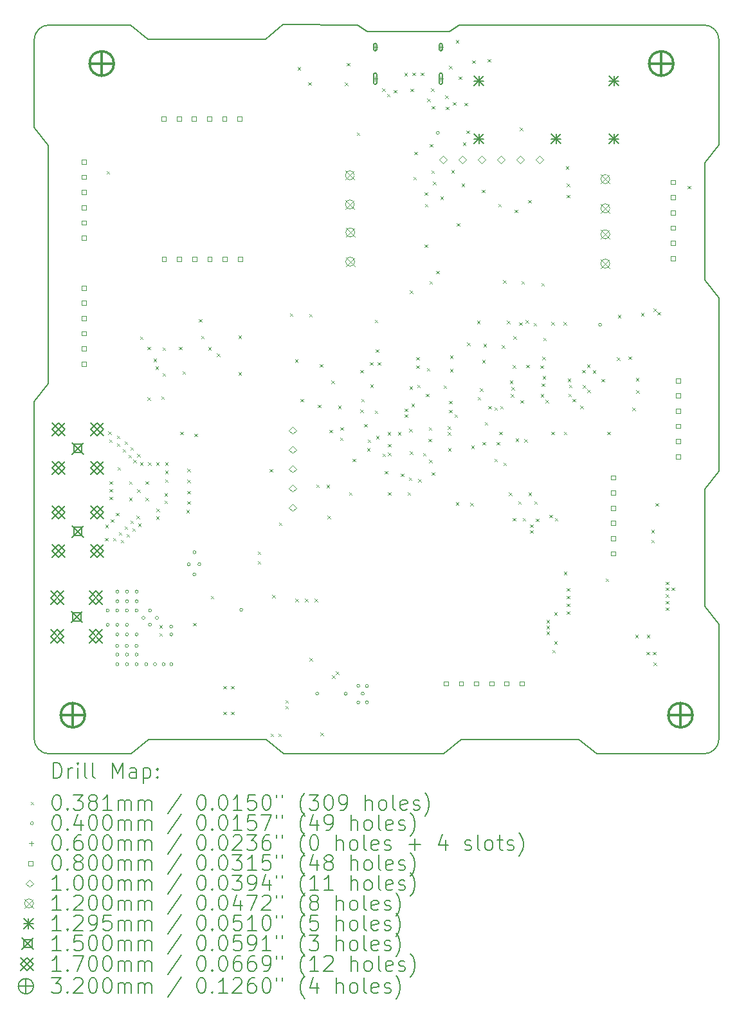
<source format=gbr>
%FSLAX45Y45*%
G04 Gerber Fmt 4.5, Leading zero omitted, Abs format (unit mm)*
G04 Created by KiCad (PCBNEW (6.0.5)) date 2022-08-04 22:40:17*
%MOMM*%
%LPD*%
G01*
G04 APERTURE LIST*
%TA.AperFunction,Profile*%
%ADD10C,0.150000*%
%TD*%
%ADD11C,0.200000*%
%ADD12C,0.038100*%
%ADD13C,0.040000*%
%ADD14C,0.060000*%
%ADD15C,0.080000*%
%ADD16C,0.100000*%
%ADD17C,0.120000*%
%ADD18C,0.129540*%
%ADD19C,0.150000*%
%ADD20C,0.170000*%
%ADD21C,0.320000*%
G04 APERTURE END LIST*
D10*
X10033610Y-5248910D02*
G75*
G03*
X9833610Y-5448910I0J-200000D01*
G01*
X9833610Y-14637410D02*
G75*
G03*
X10033610Y-14837410I200000J0D01*
G01*
X18650610Y-14837410D02*
G75*
G03*
X18850610Y-14637410I0J200000D01*
G01*
X15427610Y-5249910D02*
X15300610Y-5338810D01*
X14221110Y-5338810D02*
X14093110Y-5248910D01*
X11100160Y-5249020D02*
X10033610Y-5248910D01*
X18850610Y-5448910D02*
G75*
G03*
X18650610Y-5248910I-200000J0D01*
G01*
X18650610Y-5248910D02*
X15427610Y-5249910D01*
X9834020Y-10200840D02*
X9833610Y-14637410D01*
X15300610Y-5338810D02*
X14221110Y-5338810D01*
X12887960Y-14650720D02*
X11343640Y-14650720D01*
X12887960Y-14650720D02*
X13121640Y-14838680D01*
X11343640Y-14650720D02*
X11109960Y-14838680D01*
X18850610Y-5448910D02*
X18851880Y-6827520D01*
X18851880Y-8839200D02*
X18851880Y-11120120D01*
X18851880Y-13131800D02*
X18850610Y-14637410D01*
X18650610Y-14837410D02*
X17238370Y-14837410D01*
X11109960Y-14838680D02*
X10033610Y-14837410D01*
X13121640Y-14838680D02*
X15224760Y-14838680D01*
X10021980Y-9967160D02*
X10023000Y-6832000D01*
X11333840Y-5436980D02*
X12878160Y-5436980D01*
X17002760Y-14650720D02*
X15458440Y-14650720D01*
X9833610Y-5448910D02*
X9833020Y-6598320D01*
X14093110Y-5248910D02*
X13111840Y-5247000D01*
X18663920Y-11353800D02*
X18851880Y-11120120D01*
X10023000Y-6832000D02*
X9833020Y-6598320D01*
X12878160Y-5436980D02*
X13111840Y-5247000D01*
X18663920Y-12898120D02*
X18851880Y-13131800D01*
X18663920Y-7061200D02*
X18851880Y-6827520D01*
X10021980Y-9967160D02*
X9834020Y-10200840D01*
X11333840Y-5436980D02*
X11100160Y-5249020D01*
X18663920Y-7061200D02*
X18663920Y-8605520D01*
X17002760Y-14650720D02*
X17238370Y-14837410D01*
X15458440Y-14650720D02*
X15224760Y-14838680D01*
X18663920Y-11353800D02*
X18663920Y-12898120D01*
X18663920Y-8605520D02*
X18851880Y-8839200D01*
D11*
D12*
X10764520Y-11995150D02*
X10802620Y-12033250D01*
X10802620Y-11995150D02*
X10764520Y-12033250D01*
X10771378Y-11824716D02*
X10809478Y-11862816D01*
X10809478Y-11824716D02*
X10771378Y-11862816D01*
X10786110Y-7171254D02*
X10824210Y-7209354D01*
X10824210Y-7171254D02*
X10786110Y-7209354D01*
X10809986Y-10597642D02*
X10848086Y-10635742D01*
X10848086Y-10597642D02*
X10809986Y-10635742D01*
X10820400Y-10699750D02*
X10858500Y-10737850D01*
X10858500Y-10699750D02*
X10820400Y-10737850D01*
X10825130Y-11253200D02*
X10863230Y-11291300D01*
X10863230Y-11253200D02*
X10825130Y-11291300D01*
X10825130Y-11354800D02*
X10863230Y-11392900D01*
X10863230Y-11354800D02*
X10825130Y-11392900D01*
X10825130Y-11456400D02*
X10863230Y-11494500D01*
X10863230Y-11456400D02*
X10825130Y-11494500D01*
X10844530Y-11751564D02*
X10882630Y-11789664D01*
X10882630Y-11751564D02*
X10844530Y-11789664D01*
X10871200Y-11995150D02*
X10909300Y-12033250D01*
X10909300Y-11995150D02*
X10871200Y-12033250D01*
X10910570Y-11667236D02*
X10948670Y-11705336D01*
X10948670Y-11667236D02*
X10910570Y-11705336D01*
X10922000Y-10648950D02*
X10960100Y-10687050D01*
X10960100Y-10648950D02*
X10922000Y-10687050D01*
X10922000Y-10750550D02*
X10960100Y-10788650D01*
X10960100Y-10750550D02*
X10922000Y-10788650D01*
X10931398Y-11065764D02*
X10969498Y-11103864D01*
X10969498Y-11065764D02*
X10931398Y-11103864D01*
X10947400Y-11918950D02*
X10985500Y-11957050D01*
X10985500Y-11918950D02*
X10947400Y-11957050D01*
X10972800Y-12020550D02*
X11010900Y-12058650D01*
X11010900Y-12020550D02*
X10972800Y-12058650D01*
X10998200Y-10826750D02*
X11036300Y-10864850D01*
X11036300Y-10826750D02*
X10998200Y-10864850D01*
X11023600Y-10725150D02*
X11061700Y-10763250D01*
X11061700Y-10725150D02*
X11023600Y-10763250D01*
X11023600Y-11842750D02*
X11061700Y-11880850D01*
X11061700Y-11842750D02*
X11023600Y-11880850D01*
X11049000Y-11944350D02*
X11087100Y-11982450D01*
X11087100Y-11944350D02*
X11049000Y-11982450D01*
X11074400Y-10902950D02*
X11112500Y-10941050D01*
X11112500Y-10902950D02*
X11074400Y-10941050D01*
X11084210Y-11250660D02*
X11122310Y-11288760D01*
X11122310Y-11250660D02*
X11084210Y-11288760D01*
X11084210Y-11466560D02*
X11122310Y-11504660D01*
X11122310Y-11466560D02*
X11084210Y-11504660D01*
X11099800Y-10801350D02*
X11137900Y-10839450D01*
X11137900Y-10801350D02*
X11099800Y-10839450D01*
X11099800Y-11766550D02*
X11137900Y-11804650D01*
X11137900Y-11766550D02*
X11099800Y-11804650D01*
X11125200Y-11868150D02*
X11163300Y-11906250D01*
X11163300Y-11868150D02*
X11125200Y-11906250D01*
X11137900Y-10966450D02*
X11176000Y-11004550D01*
X11176000Y-10966450D02*
X11137900Y-11004550D01*
X11180730Y-11703050D02*
X11218830Y-11741150D01*
X11218830Y-11703050D02*
X11180730Y-11741150D01*
X11188700Y-10890250D02*
X11226800Y-10928350D01*
X11226800Y-10890250D02*
X11188700Y-10928350D01*
X11190788Y-11358765D02*
X11228888Y-11396865D01*
X11228888Y-11358765D02*
X11190788Y-11396865D01*
X11201400Y-11804650D02*
X11239500Y-11842750D01*
X11239500Y-11804650D02*
X11201400Y-11842750D01*
X11226800Y-9347200D02*
X11264900Y-9385300D01*
X11264900Y-9347200D02*
X11226800Y-9385300D01*
X11226800Y-11004280D02*
X11264900Y-11042380D01*
X11264900Y-11004280D02*
X11226800Y-11042380D01*
X11300110Y-11250660D02*
X11338210Y-11288760D01*
X11338210Y-11250660D02*
X11300110Y-11288760D01*
X11300110Y-11466560D02*
X11338210Y-11504660D01*
X11338210Y-11466560D02*
X11300110Y-11504660D01*
X11324936Y-9482702D02*
X11363036Y-9520802D01*
X11363036Y-9482702D02*
X11324936Y-9520802D01*
X11325510Y-10147300D02*
X11363610Y-10185400D01*
X11363610Y-10147300D02*
X11325510Y-10185400D01*
X11333130Y-11004280D02*
X11371230Y-11042380D01*
X11371230Y-11004280D02*
X11333130Y-11042380D01*
X11404600Y-9639300D02*
X11442700Y-9677400D01*
X11442700Y-9639300D02*
X11404600Y-9677400D01*
X11430000Y-9740901D02*
X11468100Y-9779001D01*
X11468100Y-9740901D02*
X11430000Y-9779001D01*
X11439810Y-11004280D02*
X11477910Y-11042380D01*
X11477910Y-11004280D02*
X11439810Y-11042380D01*
X11440160Y-11715480D02*
X11478260Y-11753580D01*
X11478260Y-11715480D02*
X11440160Y-11753580D01*
X11442700Y-11611610D02*
X11480800Y-11649710D01*
X11480800Y-11611610D02*
X11442700Y-11649710D01*
X11480800Y-13144500D02*
X11518900Y-13182600D01*
X11518900Y-13144500D02*
X11480800Y-13182600D01*
X11480800Y-13248490D02*
X11518900Y-13286590D01*
X11518900Y-13248490D02*
X11480800Y-13286590D01*
X11506200Y-10134600D02*
X11544300Y-10172700D01*
X11544300Y-10134600D02*
X11506200Y-10172700D01*
X11524603Y-9490753D02*
X11562703Y-9528853D01*
X11562703Y-9490753D02*
X11524603Y-9528853D01*
X11524932Y-9829684D02*
X11563032Y-9867784D01*
X11563032Y-9829684D02*
X11524932Y-9867784D01*
X11551570Y-11410680D02*
X11589670Y-11448780D01*
X11589670Y-11410680D02*
X11551570Y-11448780D01*
X11551570Y-11507200D02*
X11589670Y-11545300D01*
X11589670Y-11507200D02*
X11551570Y-11545300D01*
X11556650Y-11004280D02*
X11594750Y-11042380D01*
X11594750Y-11004280D02*
X11556650Y-11042380D01*
X11556650Y-11110960D02*
X11594750Y-11149060D01*
X11594750Y-11110960D02*
X11556650Y-11149060D01*
X11556650Y-11227800D02*
X11594750Y-11265900D01*
X11594750Y-11227800D02*
X11556650Y-11265900D01*
X11741150Y-9480550D02*
X11779250Y-9518650D01*
X11779250Y-9480550D02*
X11741150Y-9518650D01*
X11755664Y-10598150D02*
X11793764Y-10636250D01*
X11793764Y-10598150D02*
X11755664Y-10636250D01*
X11785600Y-9804400D02*
X11823700Y-9842500D01*
X11823700Y-9804400D02*
X11785600Y-9842500D01*
X11836400Y-11626851D02*
X11874500Y-11664951D01*
X11874500Y-11626851D02*
X11836400Y-11664951D01*
X11848750Y-11085560D02*
X11886850Y-11123660D01*
X11886850Y-11085560D02*
X11848750Y-11123660D01*
X11848750Y-11232880D02*
X11886850Y-11270980D01*
X11886850Y-11232880D02*
X11848750Y-11270980D01*
X11848750Y-11380200D02*
X11886850Y-11418300D01*
X11886850Y-11380200D02*
X11848750Y-11418300D01*
X11849100Y-11512550D02*
X11887200Y-11550650D01*
X11887200Y-11512550D02*
X11849100Y-11550650D01*
X11927840Y-13114020D02*
X11965940Y-13152120D01*
X11965940Y-13114020D02*
X11927840Y-13152120D01*
X11944350Y-10623550D02*
X11982450Y-10661650D01*
X11982450Y-10623550D02*
X11944350Y-10661650D01*
X12001500Y-9118600D02*
X12039600Y-9156700D01*
X12039600Y-9118600D02*
X12001500Y-9156700D01*
X12034167Y-9338562D02*
X12072267Y-9376662D01*
X12072267Y-9338562D02*
X12034167Y-9376662D01*
X12125776Y-9487795D02*
X12163876Y-9525895D01*
X12163876Y-9487795D02*
X12125776Y-9525895D01*
X12160375Y-12758546D02*
X12198475Y-12796646D01*
X12198475Y-12758546D02*
X12160375Y-12796646D01*
X12240260Y-9570720D02*
X12278360Y-9608820D01*
X12278360Y-9570720D02*
X12240260Y-9608820D01*
X12323000Y-13943510D02*
X12361100Y-13981610D01*
X12361100Y-13943510D02*
X12323000Y-13981610D01*
X12323000Y-14283510D02*
X12361100Y-14321610D01*
X12361100Y-14283510D02*
X12323000Y-14321610D01*
X12425680Y-13943510D02*
X12463780Y-13981610D01*
X12463780Y-13943510D02*
X12425680Y-13981610D01*
X12425680Y-14283510D02*
X12463780Y-14321610D01*
X12463780Y-14283510D02*
X12425680Y-14321610D01*
X12522199Y-9334501D02*
X12560299Y-9372601D01*
X12560299Y-9334501D02*
X12522199Y-9372601D01*
X12524810Y-9817100D02*
X12562910Y-9855200D01*
X12562910Y-9817100D02*
X12524810Y-9855200D01*
X12776200Y-12172950D02*
X12814300Y-12211050D01*
X12814300Y-12172950D02*
X12776200Y-12211050D01*
X12776200Y-12299950D02*
X12814300Y-12338050D01*
X12814300Y-12299950D02*
X12776200Y-12338050D01*
X12932060Y-11089370D02*
X12970160Y-11127470D01*
X12970160Y-11089370D02*
X12932060Y-11127470D01*
X12947650Y-14573070D02*
X12985750Y-14611170D01*
X12985750Y-14573070D02*
X12947650Y-14611170D01*
X12966700Y-12744450D02*
X13004800Y-12782550D01*
X13004800Y-12744450D02*
X12966700Y-12782550D01*
X13049250Y-14573070D02*
X13087350Y-14611170D01*
X13087350Y-14573070D02*
X13049250Y-14611170D01*
X13055600Y-11791950D02*
X13093700Y-11830050D01*
X13093700Y-11791950D02*
X13055600Y-11830050D01*
X13140750Y-14130950D02*
X13178850Y-14169050D01*
X13178850Y-14130950D02*
X13140750Y-14169050D01*
X13140750Y-14205950D02*
X13178850Y-14244050D01*
X13178850Y-14205950D02*
X13140750Y-14244050D01*
X13201650Y-9042400D02*
X13239750Y-9080500D01*
X13239750Y-9042400D02*
X13201650Y-9080500D01*
X13269421Y-9645650D02*
X13307521Y-9683750D01*
X13307521Y-9645650D02*
X13269421Y-9683750D01*
X13271500Y-12795250D02*
X13309600Y-12833350D01*
X13309600Y-12795250D02*
X13271500Y-12833350D01*
X13303250Y-5803900D02*
X13341350Y-5842000D01*
X13341350Y-5803900D02*
X13303250Y-5842000D01*
X13341350Y-10166350D02*
X13379450Y-10204450D01*
X13379450Y-10166350D02*
X13341350Y-10204450D01*
X13398500Y-12795250D02*
X13436600Y-12833350D01*
X13436600Y-12795250D02*
X13398500Y-12833350D01*
X13442950Y-6000750D02*
X13481050Y-6038850D01*
X13481050Y-6000750D02*
X13442950Y-6038850D01*
X13455653Y-9048750D02*
X13493753Y-9086850D01*
X13493753Y-9048750D02*
X13455653Y-9086850D01*
X13460349Y-13574649D02*
X13498449Y-13612749D01*
X13498449Y-13574649D02*
X13460349Y-13612749D01*
X13525500Y-12795250D02*
X13563600Y-12833350D01*
X13563600Y-12795250D02*
X13525500Y-12833350D01*
X13547090Y-11294110D02*
X13585190Y-11332210D01*
X13585190Y-11294110D02*
X13547090Y-11332210D01*
X13569950Y-10242550D02*
X13608050Y-10280650D01*
X13608050Y-10242550D02*
X13569950Y-10280650D01*
X13595350Y-9712009D02*
X13633450Y-9750109D01*
X13633450Y-9712009D02*
X13595350Y-9750109D01*
X13604001Y-14557333D02*
X13642101Y-14595433D01*
X13642101Y-14557333D02*
X13604001Y-14595433D01*
X13684250Y-11296650D02*
X13722350Y-11334750D01*
X13722350Y-11296650D02*
X13684250Y-11334750D01*
X13696950Y-11703050D02*
X13735050Y-11741150D01*
X13735050Y-11703050D02*
X13696950Y-11741150D01*
X13722350Y-10572750D02*
X13760450Y-10610850D01*
X13760450Y-10572750D02*
X13722350Y-10610850D01*
X13747750Y-9925048D02*
X13785850Y-9963148D01*
X13785850Y-9925048D02*
X13747750Y-9963148D01*
X13755950Y-13805950D02*
X13794050Y-13844050D01*
X13794050Y-13805950D02*
X13755950Y-13844050D01*
X13805950Y-13755950D02*
X13844050Y-13794050D01*
X13844050Y-13755950D02*
X13805950Y-13794050D01*
X13834150Y-10258050D02*
X13872250Y-10296150D01*
X13872250Y-10258050D02*
X13834150Y-10296150D01*
X13862050Y-10674350D02*
X13900150Y-10712450D01*
X13900150Y-10674350D02*
X13862050Y-10712450D01*
X13867183Y-10542532D02*
X13905283Y-10580632D01*
X13905283Y-10542532D02*
X13867183Y-10580632D01*
X13925550Y-6007100D02*
X13963650Y-6045200D01*
X13963650Y-6007100D02*
X13925550Y-6045200D01*
X13950950Y-5746747D02*
X13989050Y-5784847D01*
X13989050Y-5746747D02*
X13950950Y-5784847D01*
X13981430Y-11397742D02*
X14019530Y-11435842D01*
X14019530Y-11397742D02*
X13981430Y-11435842D01*
X14027150Y-10953750D02*
X14065250Y-10991850D01*
X14065250Y-10953750D02*
X14027150Y-10991850D01*
X14080149Y-6661506D02*
X14118249Y-6699606D01*
X14118249Y-6661506D02*
X14080149Y-6699606D01*
X14128750Y-9785350D02*
X14166850Y-9823450D01*
X14166850Y-9785350D02*
X14128750Y-9823450D01*
X14128750Y-10306050D02*
X14166850Y-10344150D01*
X14166850Y-10306050D02*
X14128750Y-10344150D01*
X14141450Y-10166349D02*
X14179550Y-10204449D01*
X14179550Y-10166349D02*
X14141450Y-10204449D01*
X14179550Y-10496550D02*
X14217650Y-10534650D01*
X14217650Y-10496550D02*
X14179550Y-10534650D01*
X14217650Y-10814050D02*
X14255750Y-10852150D01*
X14255750Y-10814050D02*
X14217650Y-10852150D01*
X14225950Y-10700010D02*
X14264050Y-10738110D01*
X14264050Y-10700010D02*
X14225950Y-10738110D01*
X14255750Y-9683754D02*
X14293850Y-9721854D01*
X14293850Y-9683754D02*
X14255750Y-9721854D01*
X14259676Y-9975851D02*
X14297776Y-10013951D01*
X14297776Y-9975851D02*
X14259676Y-10013951D01*
X14316325Y-10319705D02*
X14354425Y-10357805D01*
X14354425Y-10319705D02*
X14316325Y-10357805D01*
X14319250Y-9124950D02*
X14357350Y-9163050D01*
X14357350Y-9124950D02*
X14319250Y-9163050D01*
X14330806Y-9517505D02*
X14368906Y-9555605D01*
X14368906Y-9517505D02*
X14330806Y-9555605D01*
X14337030Y-10654030D02*
X14375130Y-10692130D01*
X14375130Y-10654030D02*
X14337030Y-10692130D01*
X14357350Y-9683750D02*
X14395450Y-9721850D01*
X14395450Y-9683750D02*
X14357350Y-9721850D01*
X14416278Y-6083046D02*
X14454378Y-6121146D01*
X14454378Y-6083046D02*
X14416278Y-6121146D01*
X14418229Y-10887710D02*
X14456329Y-10925810D01*
X14456329Y-10887710D02*
X14418229Y-10925810D01*
X14451612Y-11117464D02*
X14489712Y-11155564D01*
X14489712Y-11117464D02*
X14451612Y-11155564D01*
X14479270Y-6153150D02*
X14517370Y-6191250D01*
X14517370Y-6153150D02*
X14479270Y-6191250D01*
X14489430Y-10603230D02*
X14527530Y-10641330D01*
X14527530Y-10603230D02*
X14489430Y-10641330D01*
X14490252Y-11397742D02*
X14528352Y-11435842D01*
X14528352Y-11397742D02*
X14490252Y-11435842D01*
X14491890Y-10877436D02*
X14529990Y-10915536D01*
X14529990Y-10877436D02*
X14491890Y-10915536D01*
X14492208Y-10761090D02*
X14530308Y-10799190D01*
X14530308Y-10761090D02*
X14492208Y-10799190D01*
X14569001Y-6102350D02*
X14607101Y-6140450D01*
X14607101Y-6102350D02*
X14569001Y-6140450D01*
X14621510Y-10603230D02*
X14659610Y-10641330D01*
X14659610Y-10603230D02*
X14621510Y-10641330D01*
X14661950Y-11148950D02*
X14700050Y-11187050D01*
X14700050Y-11148950D02*
X14661950Y-11187050D01*
X14707869Y-5878830D02*
X14745969Y-5916930D01*
X14745969Y-5878830D02*
X14707869Y-5916930D01*
X14709980Y-10372520D02*
X14748080Y-10410620D01*
X14748080Y-10372520D02*
X14709980Y-10410620D01*
X14712950Y-10293350D02*
X14751050Y-10331450D01*
X14751050Y-10293350D02*
X14712950Y-10331450D01*
X14748510Y-11395710D02*
X14786610Y-11433810D01*
X14786610Y-11395710D02*
X14748510Y-11433810D01*
X14768830Y-11200130D02*
X14806930Y-11238230D01*
X14806930Y-11200130D02*
X14768830Y-11238230D01*
X14770100Y-10560050D02*
X14808200Y-10598150D01*
X14808200Y-10560050D02*
X14770100Y-10598150D01*
X14776450Y-10001249D02*
X14814550Y-10039349D01*
X14814550Y-10001249D02*
X14776450Y-10039349D01*
X14778736Y-8743696D02*
X14816836Y-8781796D01*
X14816836Y-8743696D02*
X14778736Y-8781796D01*
X14778956Y-10858953D02*
X14817056Y-10897053D01*
X14817056Y-10858953D02*
X14778956Y-10897053D01*
X14786610Y-6087110D02*
X14824710Y-6125210D01*
X14824710Y-6087110D02*
X14786610Y-6125210D01*
X14801852Y-10229850D02*
X14839952Y-10267950D01*
X14839952Y-10229850D02*
X14801852Y-10267950D01*
X14814550Y-5873750D02*
X14852650Y-5911850D01*
X14852650Y-5873750D02*
X14814550Y-5911850D01*
X14827254Y-7245350D02*
X14865354Y-7283450D01*
X14865354Y-7245350D02*
X14827254Y-7283450D01*
X14839950Y-6915150D02*
X14878050Y-6953250D01*
X14878050Y-6915150D02*
X14839950Y-6953250D01*
X14865351Y-9617950D02*
X14903451Y-9656050D01*
X14903451Y-9617950D02*
X14865351Y-9656050D01*
X14866450Y-9728200D02*
X14904550Y-9766300D01*
X14904550Y-9728200D02*
X14866450Y-9766300D01*
X14878732Y-9983839D02*
X14916832Y-10021939D01*
X14916832Y-9983839D02*
X14878732Y-10021939D01*
X14890750Y-11220450D02*
X14928850Y-11258550D01*
X14928850Y-11220450D02*
X14890750Y-11258550D01*
X14922502Y-5873750D02*
X14960602Y-5911850D01*
X14960602Y-5873750D02*
X14922502Y-5911850D01*
X14954250Y-10877550D02*
X14992350Y-10915650D01*
X14992350Y-10877550D02*
X14954250Y-10915650D01*
X14973300Y-7448550D02*
X15011400Y-7486650D01*
X15011400Y-7448550D02*
X14973300Y-7486650D01*
X14973300Y-8134350D02*
X15011400Y-8172450D01*
X15011400Y-8134350D02*
X14973300Y-8172450D01*
X14979650Y-7600950D02*
X15017750Y-7639050D01*
X15017750Y-7600950D02*
X14979650Y-7639050D01*
X14989810Y-10100310D02*
X15027910Y-10138410D01*
X15027910Y-10100310D02*
X14989810Y-10138410D01*
X15005050Y-9759949D02*
X15043150Y-9798049D01*
X15043150Y-9759949D02*
X15005050Y-9798049D01*
X15010130Y-6219190D02*
X15048230Y-6257290D01*
X15048230Y-6219190D02*
X15010130Y-6257290D01*
X15025370Y-10692130D02*
X15063470Y-10730230D01*
X15063470Y-10692130D02*
X15025370Y-10730230D01*
X15030450Y-10542269D02*
X15068550Y-10580369D01*
X15068550Y-10542269D02*
X15030450Y-10580369D01*
X15035515Y-10966944D02*
X15073615Y-11005044D01*
X15073615Y-10966944D02*
X15035515Y-11005044D01*
X15036800Y-8616950D02*
X15074900Y-8655050D01*
X15074900Y-8616950D02*
X15036800Y-8655050D01*
X15043150Y-6813550D02*
X15081250Y-6851650D01*
X15081250Y-6813550D02*
X15043150Y-6851650D01*
X15058390Y-6084570D02*
X15096490Y-6122670D01*
X15096490Y-6084570D02*
X15058390Y-6122670D01*
X15063433Y-7164107D02*
X15101533Y-7202207D01*
X15101533Y-7164107D02*
X15063433Y-7202207D01*
X15066010Y-6315710D02*
X15104110Y-6353810D01*
X15104110Y-6315710D02*
X15066010Y-6353810D01*
X15068550Y-11131550D02*
X15106650Y-11169650D01*
X15106650Y-11131550D02*
X15068550Y-11169650D01*
X15083790Y-7308850D02*
X15121890Y-7346950D01*
X15121890Y-7308850D02*
X15083790Y-7346950D01*
X15125700Y-8483600D02*
X15163800Y-8521700D01*
X15163800Y-8483600D02*
X15125700Y-8521700D01*
X15182850Y-7505700D02*
X15220950Y-7543800D01*
X15220950Y-7505700D02*
X15182850Y-7543800D01*
X15223490Y-9988550D02*
X15261590Y-10026650D01*
X15261590Y-9988550D02*
X15223490Y-10026650D01*
X15243810Y-6176010D02*
X15281910Y-6214110D01*
X15281910Y-6176010D02*
X15243810Y-6214110D01*
X15254354Y-6324855D02*
X15292454Y-6362955D01*
X15292454Y-6324855D02*
X15254354Y-6362955D01*
X15278100Y-10528300D02*
X15316200Y-10566400D01*
X15316200Y-10528300D02*
X15278100Y-10566400D01*
X15279370Y-10603230D02*
X15317470Y-10641330D01*
X15317470Y-10603230D02*
X15279370Y-10641330D01*
X15284450Y-10817950D02*
X15322550Y-10856050D01*
X15322550Y-10817950D02*
X15284450Y-10856050D01*
X15295070Y-10314125D02*
X15333170Y-10352225D01*
X15333170Y-10314125D02*
X15295070Y-10352225D01*
X15297150Y-5788661D02*
X15335250Y-5826761D01*
X15335250Y-5788661D02*
X15297150Y-5826761D01*
X15297150Y-10191750D02*
X15335250Y-10229850D01*
X15335250Y-10191750D02*
X15297150Y-10229850D01*
X15309850Y-9594850D02*
X15347950Y-9632950D01*
X15347950Y-9594850D02*
X15309850Y-9632950D01*
X15309850Y-9772650D02*
X15347950Y-9810750D01*
X15347950Y-9772650D02*
X15309850Y-9810750D01*
X15325090Y-7156450D02*
X15363190Y-7194550D01*
X15363190Y-7156450D02*
X15325090Y-7194550D01*
X15348204Y-6265418D02*
X15386304Y-6303518D01*
X15386304Y-6265418D02*
X15348204Y-6303518D01*
X15367950Y-10371950D02*
X15406050Y-10410050D01*
X15406050Y-10371950D02*
X15367950Y-10410050D01*
X15386050Y-11525250D02*
X15424150Y-11563350D01*
X15424150Y-11525250D02*
X15386050Y-11563350D01*
X15387065Y-5449937D02*
X15425165Y-5488037D01*
X15425165Y-5449937D02*
X15387065Y-5488037D01*
X15398750Y-7854955D02*
X15436850Y-7893055D01*
X15436850Y-7854955D02*
X15398750Y-7893055D01*
X15424150Y-5924548D02*
X15462250Y-5962648D01*
X15462250Y-5924548D02*
X15424150Y-5962648D01*
X15462250Y-7334250D02*
X15500350Y-7372350D01*
X15500350Y-7334250D02*
X15462250Y-7372350D01*
X15477490Y-6793230D02*
X15515590Y-6831330D01*
X15515590Y-6793230D02*
X15477490Y-6831330D01*
X15500350Y-6275070D02*
X15538450Y-6313170D01*
X15538450Y-6275070D02*
X15500350Y-6313170D01*
X15525750Y-6635750D02*
X15563850Y-6673850D01*
X15563850Y-6635750D02*
X15525750Y-6673850D01*
X15531592Y-9429496D02*
X15569692Y-9467596D01*
X15569692Y-9429496D02*
X15531592Y-9467596D01*
X15573692Y-11535092D02*
X15611792Y-11573192D01*
X15611792Y-11535092D02*
X15573692Y-11573192D01*
X15589250Y-10781409D02*
X15627350Y-10819509D01*
X15627350Y-10781409D02*
X15589250Y-10819509D01*
X15601950Y-5715000D02*
X15640050Y-5753100D01*
X15640050Y-5715000D02*
X15601950Y-5753100D01*
X15665450Y-9137650D02*
X15703550Y-9175750D01*
X15703550Y-9137650D02*
X15665450Y-9175750D01*
X15673578Y-10143998D02*
X15711678Y-10182098D01*
X15711678Y-10143998D02*
X15673578Y-10182098D01*
X15703550Y-10026650D02*
X15741650Y-10064750D01*
X15741650Y-10026650D02*
X15703550Y-10064750D01*
X15728949Y-7416801D02*
X15767049Y-7454901D01*
X15767049Y-7416801D02*
X15728949Y-7454901D01*
X15731744Y-9656826D02*
X15769844Y-9694926D01*
X15769844Y-9656826D02*
X15731744Y-9694926D01*
X15736817Y-10736388D02*
X15774917Y-10774488D01*
X15774917Y-10736388D02*
X15736817Y-10774488D01*
X15749778Y-9443466D02*
X15787878Y-9481566D01*
X15787878Y-9443466D02*
X15749778Y-9481566D01*
X15767050Y-10471150D02*
X15805150Y-10509250D01*
X15805150Y-10471150D02*
X15767050Y-10509250D01*
X15805150Y-5695950D02*
X15843250Y-5734050D01*
X15843250Y-5695950D02*
X15805150Y-5734050D01*
X15811500Y-10261600D02*
X15849600Y-10299700D01*
X15849600Y-10261600D02*
X15811500Y-10299700D01*
X15894050Y-10278590D02*
X15932150Y-10316690D01*
X15932150Y-10278590D02*
X15894050Y-10316690D01*
X15894050Y-10953750D02*
X15932150Y-10991850D01*
X15932150Y-10953750D02*
X15894050Y-10991850D01*
X15921950Y-10736950D02*
X15960050Y-10775050D01*
X15960050Y-10736950D02*
X15921950Y-10775050D01*
X15944850Y-7600955D02*
X15982950Y-7639055D01*
X15982950Y-7600955D02*
X15944850Y-7639055D01*
X15957550Y-10601641D02*
X15995650Y-10639741D01*
X15995650Y-10601641D02*
X15957550Y-10639741D01*
X15969004Y-10260557D02*
X16007104Y-10298657D01*
X16007104Y-10260557D02*
X15969004Y-10298657D01*
X15990062Y-9460104D02*
X16028162Y-9498204D01*
X16028162Y-9460104D02*
X15990062Y-9498204D01*
X16008350Y-8604250D02*
X16046450Y-8642350D01*
X16046450Y-8604250D02*
X16008350Y-8642350D01*
X16011842Y-11007408D02*
X16049942Y-11045508D01*
X16049942Y-11007408D02*
X16011842Y-11045508D01*
X16059150Y-9137650D02*
X16097250Y-9175750D01*
X16097250Y-9137650D02*
X16059150Y-9175750D01*
X16084550Y-11400790D02*
X16122650Y-11438890D01*
X16122650Y-11400790D02*
X16084550Y-11438890D01*
X16095950Y-9927950D02*
X16134050Y-9966050D01*
X16134050Y-9927950D02*
X16095950Y-9966050D01*
X16109394Y-10103885D02*
X16147494Y-10141985D01*
X16147494Y-10103885D02*
X16109394Y-10141985D01*
X16116950Y-10011950D02*
X16155050Y-10050050D01*
X16155050Y-10011950D02*
X16116950Y-10050050D01*
X16135350Y-9721850D02*
X16173450Y-9759950D01*
X16173450Y-9721850D02*
X16135350Y-9759950D01*
X16135350Y-11735950D02*
X16173450Y-11774050D01*
X16173450Y-11735950D02*
X16135350Y-11774050D01*
X16142950Y-9342950D02*
X16181050Y-9381050D01*
X16181050Y-9342950D02*
X16142950Y-9381050D01*
X16160750Y-7677150D02*
X16198850Y-7715250D01*
X16198850Y-7677150D02*
X16160750Y-7715250D01*
X16173450Y-10687050D02*
X16211550Y-10725150D01*
X16211550Y-10687050D02*
X16173450Y-10725150D01*
X16206470Y-11512550D02*
X16244570Y-11550650D01*
X16244570Y-11512550D02*
X16206470Y-11550650D01*
X16219424Y-9162542D02*
X16257524Y-9200642D01*
X16257524Y-9162542D02*
X16219424Y-9200642D01*
X16229550Y-6600190D02*
X16267650Y-6638290D01*
X16267650Y-6600190D02*
X16229550Y-6638290D01*
X16234410Y-10185400D02*
X16272510Y-10223500D01*
X16272510Y-10185400D02*
X16234410Y-10223500D01*
X16249650Y-8616954D02*
X16287750Y-8655054D01*
X16287750Y-8616954D02*
X16249650Y-8655054D01*
X16267550Y-11735950D02*
X16305650Y-11774050D01*
X16305650Y-11735950D02*
X16267550Y-11774050D01*
X16284891Y-10697435D02*
X16322991Y-10735535D01*
X16322991Y-10697435D02*
X16284891Y-10735535D01*
X16303752Y-9129522D02*
X16341852Y-9167622D01*
X16341852Y-9129522D02*
X16303752Y-9167622D01*
X16311880Y-9720834D02*
X16349980Y-9758934D01*
X16349980Y-9720834D02*
X16311880Y-9758934D01*
X16338550Y-7550149D02*
X16376650Y-7588249D01*
X16376650Y-7550149D02*
X16338550Y-7588249D01*
X16343630Y-11400790D02*
X16381730Y-11438890D01*
X16381730Y-11400790D02*
X16343630Y-11438890D01*
X16363950Y-11817350D02*
X16402050Y-11855450D01*
X16402050Y-11817350D02*
X16363950Y-11855450D01*
X16363950Y-11893550D02*
X16402050Y-11931650D01*
X16402050Y-11893550D02*
X16363950Y-11931650D01*
X16407638Y-9170162D02*
X16445738Y-9208262D01*
X16445738Y-9170162D02*
X16407638Y-9208262D01*
X16419830Y-11512550D02*
X16457930Y-11550650D01*
X16457930Y-11512550D02*
X16419830Y-11550650D01*
X16440150Y-11741150D02*
X16478250Y-11779250D01*
X16478250Y-11741150D02*
X16440150Y-11779250D01*
X16497300Y-9728200D02*
X16535400Y-9766300D01*
X16535400Y-9728200D02*
X16497300Y-9766300D01*
X16503185Y-10102850D02*
X16541285Y-10140950D01*
X16541285Y-10102850D02*
X16503185Y-10140950D01*
X16510000Y-8642350D02*
X16548100Y-8680450D01*
X16548100Y-8642350D02*
X16510000Y-8680450D01*
X16516308Y-9963150D02*
X16554408Y-10001250D01*
X16554408Y-9963150D02*
X16516308Y-10001250D01*
X16522700Y-9613900D02*
X16560800Y-9652000D01*
X16560800Y-9613900D02*
X16522700Y-9652000D01*
X16529370Y-9866289D02*
X16567470Y-9904389D01*
X16567470Y-9866289D02*
X16529370Y-9904389D01*
X16535908Y-9364980D02*
X16574008Y-9403080D01*
X16574008Y-9364980D02*
X16535908Y-9403080D01*
X16567150Y-10179050D02*
X16605250Y-10217150D01*
X16605250Y-10179050D02*
X16567150Y-10217150D01*
X16579850Y-13074650D02*
X16617950Y-13112750D01*
X16617950Y-13074650D02*
X16579850Y-13112750D01*
X16579850Y-13150850D02*
X16617950Y-13188950D01*
X16617950Y-13150850D02*
X16579850Y-13188950D01*
X16579850Y-13227050D02*
X16617950Y-13265150D01*
X16617950Y-13227050D02*
X16579850Y-13265150D01*
X16617950Y-11690350D02*
X16656050Y-11728450D01*
X16656050Y-11690350D02*
X16617950Y-11728450D01*
X16640808Y-9155908D02*
X16678908Y-9194008D01*
X16678908Y-9155908D02*
X16640808Y-9194008D01*
X16643350Y-10598150D02*
X16681450Y-10636250D01*
X16681450Y-10598150D02*
X16643350Y-10636250D01*
X16656050Y-13468350D02*
X16694150Y-13506450D01*
X16694150Y-13468350D02*
X16656050Y-13506450D01*
X16681450Y-12973050D02*
X16719550Y-13011150D01*
X16719550Y-12973050D02*
X16681450Y-13011150D01*
X16681450Y-13354050D02*
X16719550Y-13392150D01*
X16719550Y-13354050D02*
X16681450Y-13392150D01*
X16688950Y-11735950D02*
X16727050Y-11774050D01*
X16727050Y-11735950D02*
X16688950Y-11774050D01*
X16801950Y-9154950D02*
X16840050Y-9193050D01*
X16840050Y-9154950D02*
X16801950Y-9193050D01*
X16808450Y-12439650D02*
X16846550Y-12477750D01*
X16846550Y-12439650D02*
X16808450Y-12477750D01*
X16808450Y-10598150D02*
X16846550Y-10636250D01*
X16846550Y-10598150D02*
X16808450Y-10636250D01*
X16831300Y-7105650D02*
X16869400Y-7143750D01*
X16869400Y-7105650D02*
X16831300Y-7143750D01*
X16846550Y-7336800D02*
X16884650Y-7374900D01*
X16884650Y-7336800D02*
X16846550Y-7374900D01*
X16846550Y-7484100D02*
X16884650Y-7522200D01*
X16884650Y-7484100D02*
X16846550Y-7522200D01*
X16846550Y-12655550D02*
X16884650Y-12693650D01*
X16884650Y-12655550D02*
X16846550Y-12693650D01*
X16846550Y-12757150D02*
X16884650Y-12795250D01*
X16884650Y-12757150D02*
X16846550Y-12795250D01*
X16846550Y-12858750D02*
X16884650Y-12896850D01*
X16884650Y-12858750D02*
X16846550Y-12896850D01*
X16846550Y-12960350D02*
X16884650Y-12998450D01*
X16884650Y-12960350D02*
X16846550Y-12998450D01*
X16859250Y-9899650D02*
X16897350Y-9937750D01*
X16897350Y-9899650D02*
X16859250Y-9937750D01*
X16864950Y-10098950D02*
X16903050Y-10137050D01*
X16903050Y-10098950D02*
X16864950Y-10137050D01*
X16875003Y-9983850D02*
X16913103Y-10021950D01*
X16913103Y-9983850D02*
X16875003Y-10021950D01*
X16922562Y-10169022D02*
X16960662Y-10207122D01*
X16960662Y-10169022D02*
X16922562Y-10207122D01*
X17024350Y-10255250D02*
X17062450Y-10293350D01*
X17062450Y-10255250D02*
X17024350Y-10293350D01*
X17049750Y-9786748D02*
X17087850Y-9824848D01*
X17087850Y-9786748D02*
X17049750Y-9824848D01*
X17057560Y-9985600D02*
X17095660Y-10023700D01*
X17095660Y-9985600D02*
X17057560Y-10023700D01*
X17110545Y-9714144D02*
X17148645Y-9752244D01*
X17148645Y-9714144D02*
X17110545Y-9752244D01*
X17117074Y-10045910D02*
X17155174Y-10084010D01*
X17155174Y-10045910D02*
X17117074Y-10084010D01*
X17186560Y-9790160D02*
X17224660Y-9828260D01*
X17224660Y-9790160D02*
X17186560Y-9828260D01*
X17300860Y-9904460D02*
X17338960Y-9942560D01*
X17338960Y-9904460D02*
X17300860Y-9942560D01*
X17356750Y-12530750D02*
X17394850Y-12568850D01*
X17394850Y-12530750D02*
X17356750Y-12568850D01*
X17379950Y-10598153D02*
X17418050Y-10636253D01*
X17418050Y-10598153D02*
X17379950Y-10636253D01*
X17506950Y-9620248D02*
X17545050Y-9658348D01*
X17545050Y-9620248D02*
X17506950Y-9658348D01*
X17519650Y-9061450D02*
X17557750Y-9099550D01*
X17557750Y-9061450D02*
X17519650Y-9099550D01*
X17659350Y-9607545D02*
X17697450Y-9645645D01*
X17697450Y-9607545D02*
X17659350Y-9645645D01*
X17710149Y-10280650D02*
X17748249Y-10318750D01*
X17748249Y-10280650D02*
X17710149Y-10318750D01*
X17745710Y-13270230D02*
X17783810Y-13308330D01*
X17783810Y-13270230D02*
X17745710Y-13308330D01*
X17754601Y-9893300D02*
X17792701Y-9931400D01*
X17792701Y-9893300D02*
X17754601Y-9931400D01*
X17760950Y-10052050D02*
X17799050Y-10090150D01*
X17799050Y-10052050D02*
X17760950Y-10090150D01*
X17824450Y-9036049D02*
X17862550Y-9074149D01*
X17862550Y-9036049D02*
X17824450Y-9074149D01*
X17895570Y-13493750D02*
X17933670Y-13531850D01*
X17933670Y-13493750D02*
X17895570Y-13531850D01*
X17900650Y-13270230D02*
X17938750Y-13308330D01*
X17938750Y-13270230D02*
X17900650Y-13308330D01*
X17957831Y-11892311D02*
X17995931Y-11930411D01*
X17995931Y-11892311D02*
X17957831Y-11930411D01*
X17959070Y-12020550D02*
X17997170Y-12058650D01*
X17997170Y-12020550D02*
X17959070Y-12058650D01*
X17981930Y-13493750D02*
X18020030Y-13531850D01*
X18020030Y-13493750D02*
X17981930Y-13531850D01*
X17989550Y-13633450D02*
X18027650Y-13671550D01*
X18027650Y-13633450D02*
X17989550Y-13671550D01*
X17989950Y-8976950D02*
X18028050Y-9015050D01*
X18028050Y-8976950D02*
X17989950Y-9015050D01*
X18014950Y-11537950D02*
X18053050Y-11576050D01*
X18053050Y-11537950D02*
X18014950Y-11576050D01*
X18040350Y-9023350D02*
X18078450Y-9061450D01*
X18078450Y-9023350D02*
X18040350Y-9061450D01*
X18149750Y-12571550D02*
X18187850Y-12609650D01*
X18187850Y-12571550D02*
X18149750Y-12609650D01*
X18149750Y-12650650D02*
X18187850Y-12688750D01*
X18187850Y-12650650D02*
X18149750Y-12688750D01*
X18149750Y-12736650D02*
X18187850Y-12774750D01*
X18187850Y-12736650D02*
X18149750Y-12774750D01*
X18149750Y-12825550D02*
X18187850Y-12863650D01*
X18187850Y-12825550D02*
X18149750Y-12863650D01*
X18149750Y-12909550D02*
X18187850Y-12947650D01*
X18187850Y-12909550D02*
X18149750Y-12947650D01*
X18225950Y-12650650D02*
X18264050Y-12688750D01*
X18264050Y-12650650D02*
X18225950Y-12688750D01*
X18436590Y-7367270D02*
X18474690Y-7405370D01*
X18474690Y-7367270D02*
X18436590Y-7405370D01*
D13*
X10821350Y-13139750D02*
G75*
G03*
X10821350Y-13139750I-20000J0D01*
G01*
X10821858Y-12952806D02*
G75*
G03*
X10821858Y-12952806I-20000J0D01*
G01*
X10948350Y-13139750D02*
G75*
G03*
X10948350Y-13139750I-20000J0D01*
G01*
X10948350Y-13266750D02*
G75*
G03*
X10948350Y-13266750I-20000J0D01*
G01*
X10948350Y-13417550D02*
G75*
G03*
X10948350Y-13417550I-20000J0D01*
G01*
X10948350Y-13531850D02*
G75*
G03*
X10948350Y-13531850I-20000J0D01*
G01*
X10948350Y-13658850D02*
G75*
G03*
X10948350Y-13658850I-20000J0D01*
G01*
X10948858Y-12703886D02*
G75*
G03*
X10948858Y-12703886I-20000J0D01*
G01*
X10948858Y-12830886D02*
G75*
G03*
X10948858Y-12830886I-20000J0D01*
G01*
X10948858Y-12952806D02*
G75*
G03*
X10948858Y-12952806I-20000J0D01*
G01*
X11075350Y-13139750D02*
G75*
G03*
X11075350Y-13139750I-20000J0D01*
G01*
X11075350Y-13266750D02*
G75*
G03*
X11075350Y-13266750I-20000J0D01*
G01*
X11075350Y-13417550D02*
G75*
G03*
X11075350Y-13417550I-20000J0D01*
G01*
X11075350Y-13531850D02*
G75*
G03*
X11075350Y-13531850I-20000J0D01*
G01*
X11075350Y-13658850D02*
G75*
G03*
X11075350Y-13658850I-20000J0D01*
G01*
X11075858Y-12703886D02*
G75*
G03*
X11075858Y-12703886I-20000J0D01*
G01*
X11075858Y-12830886D02*
G75*
G03*
X11075858Y-12830886I-20000J0D01*
G01*
X11075858Y-12952806D02*
G75*
G03*
X11075858Y-12952806I-20000J0D01*
G01*
X11202350Y-13266750D02*
G75*
G03*
X11202350Y-13266750I-20000J0D01*
G01*
X11202350Y-13417550D02*
G75*
G03*
X11202350Y-13417550I-20000J0D01*
G01*
X11202350Y-13531850D02*
G75*
G03*
X11202350Y-13531850I-20000J0D01*
G01*
X11202350Y-13658850D02*
G75*
G03*
X11202350Y-13658850I-20000J0D01*
G01*
X11202858Y-12703886D02*
G75*
G03*
X11202858Y-12703886I-20000J0D01*
G01*
X11202858Y-12830886D02*
G75*
G03*
X11202858Y-12830886I-20000J0D01*
G01*
X11202858Y-12952806D02*
G75*
G03*
X11202858Y-12952806I-20000J0D01*
G01*
X11291250Y-13049250D02*
G75*
G03*
X11291250Y-13049250I-20000J0D01*
G01*
X11329350Y-13658850D02*
G75*
G03*
X11329350Y-13658850I-20000J0D01*
G01*
X11380150Y-12952806D02*
G75*
G03*
X11380150Y-12952806I-20000J0D01*
G01*
X11380150Y-13138150D02*
G75*
G03*
X11380150Y-13138150I-20000J0D01*
G01*
X11443650Y-13658850D02*
G75*
G03*
X11443650Y-13658850I-20000J0D01*
G01*
X11469050Y-13049250D02*
G75*
G03*
X11469050Y-13049250I-20000J0D01*
G01*
X11557950Y-13658850D02*
G75*
G03*
X11557950Y-13658850I-20000J0D01*
G01*
X11659550Y-13163550D02*
G75*
G03*
X11659550Y-13163550I-20000J0D01*
G01*
X11659550Y-13266750D02*
G75*
G03*
X11659550Y-13266750I-20000J0D01*
G01*
X11659550Y-13658850D02*
G75*
G03*
X11659550Y-13658850I-20000J0D01*
G01*
X11888860Y-12344400D02*
G75*
G03*
X11888860Y-12344400I-20000J0D01*
G01*
X11964350Y-12185650D02*
G75*
G03*
X11964350Y-12185650I-20000J0D01*
G01*
X11964350Y-12477750D02*
G75*
G03*
X11964350Y-12477750I-20000J0D01*
G01*
X12027850Y-12344400D02*
G75*
G03*
X12027850Y-12344400I-20000J0D01*
G01*
X12580300Y-12941300D02*
G75*
G03*
X12580300Y-12941300I-20000J0D01*
G01*
X13580000Y-14046200D02*
G75*
G03*
X13580000Y-14046200I-20000J0D01*
G01*
X13956200Y-14046200D02*
G75*
G03*
X13956200Y-14046200I-20000J0D01*
G01*
X14121300Y-13944600D02*
G75*
G03*
X14121300Y-13944600I-20000J0D01*
G01*
X14121300Y-14160500D02*
G75*
G03*
X14121300Y-14160500I-20000J0D01*
G01*
X14180000Y-14046200D02*
G75*
G03*
X14180000Y-14046200I-20000J0D01*
G01*
X14235600Y-13944600D02*
G75*
G03*
X14235600Y-13944600I-20000J0D01*
G01*
X14235600Y-14160500D02*
G75*
G03*
X14235600Y-14160500I-20000J0D01*
G01*
X15168560Y-6667500D02*
G75*
G03*
X15168560Y-6667500I-20000J0D01*
G01*
X17304703Y-9194800D02*
G75*
G03*
X17304703Y-9194800I-20000J0D01*
G01*
D14*
X14323200Y-5511300D02*
X14323200Y-5571300D01*
X14293200Y-5541300D02*
X14353200Y-5541300D01*
D11*
X14343200Y-5571300D02*
X14343200Y-5511300D01*
X14303200Y-5571300D02*
X14303200Y-5511300D01*
X14343200Y-5511300D02*
G75*
G03*
X14303200Y-5511300I-20000J0D01*
G01*
X14303200Y-5571300D02*
G75*
G03*
X14343200Y-5571300I20000J0D01*
G01*
D14*
X14323200Y-5926300D02*
X14323200Y-5986300D01*
X14293200Y-5956300D02*
X14353200Y-5956300D01*
D11*
X14343200Y-6011300D02*
X14343200Y-5901300D01*
X14303200Y-6011300D02*
X14303200Y-5901300D01*
X14343200Y-5901300D02*
G75*
G03*
X14303200Y-5901300I-20000J0D01*
G01*
X14303200Y-6011300D02*
G75*
G03*
X14343200Y-6011300I20000J0D01*
G01*
D14*
X15187200Y-5511300D02*
X15187200Y-5571300D01*
X15157200Y-5541300D02*
X15217200Y-5541300D01*
D11*
X15207200Y-5571300D02*
X15207200Y-5511300D01*
X15167200Y-5571300D02*
X15167200Y-5511300D01*
X15207200Y-5511300D02*
G75*
G03*
X15167200Y-5511300I-20000J0D01*
G01*
X15167200Y-5571300D02*
G75*
G03*
X15207200Y-5571300I20000J0D01*
G01*
D14*
X15187200Y-5926300D02*
X15187200Y-5986300D01*
X15157200Y-5956300D02*
X15217200Y-5956300D01*
D11*
X15207200Y-6011300D02*
X15207200Y-5901300D01*
X15167200Y-6011300D02*
X15167200Y-5901300D01*
X15207200Y-5901300D02*
G75*
G03*
X15167200Y-5901300I-20000J0D01*
G01*
X15167200Y-6011300D02*
G75*
G03*
X15207200Y-6011300I20000J0D01*
G01*
D15*
X10518485Y-7078434D02*
X10518485Y-7021865D01*
X10461916Y-7021865D01*
X10461916Y-7078434D01*
X10518485Y-7078434D01*
X10518485Y-7278434D02*
X10518485Y-7221865D01*
X10461916Y-7221865D01*
X10461916Y-7278434D01*
X10518485Y-7278434D01*
X10518485Y-7478434D02*
X10518485Y-7421865D01*
X10461916Y-7421865D01*
X10461916Y-7478434D01*
X10518485Y-7478434D01*
X10518485Y-7678434D02*
X10518485Y-7621865D01*
X10461916Y-7621865D01*
X10461916Y-7678434D01*
X10518485Y-7678434D01*
X10518485Y-7878434D02*
X10518485Y-7821865D01*
X10461916Y-7821865D01*
X10461916Y-7878434D01*
X10518485Y-7878434D01*
X10518485Y-8078434D02*
X10518485Y-8021865D01*
X10461916Y-8021865D01*
X10461916Y-8078434D01*
X10518485Y-8078434D01*
X10518485Y-8735785D02*
X10518485Y-8679216D01*
X10461916Y-8679216D01*
X10461916Y-8735785D01*
X10518485Y-8735785D01*
X10518485Y-8935785D02*
X10518485Y-8879216D01*
X10461916Y-8879216D01*
X10461916Y-8935785D01*
X10518485Y-8935785D01*
X10518485Y-9135785D02*
X10518485Y-9079216D01*
X10461916Y-9079216D01*
X10461916Y-9135785D01*
X10518485Y-9135785D01*
X10518485Y-9335785D02*
X10518485Y-9279216D01*
X10461916Y-9279216D01*
X10461916Y-9335785D01*
X10518485Y-9335785D01*
X10518485Y-9535785D02*
X10518485Y-9479216D01*
X10461916Y-9479216D01*
X10461916Y-9535785D01*
X10518485Y-9535785D01*
X10518485Y-9735785D02*
X10518485Y-9679216D01*
X10461916Y-9679216D01*
X10461916Y-9735785D01*
X10518485Y-9735785D01*
X11567884Y-6510364D02*
X11567884Y-6453795D01*
X11511315Y-6453795D01*
X11511315Y-6510364D01*
X11567884Y-6510364D01*
X11572964Y-8359484D02*
X11572964Y-8302915D01*
X11516395Y-8302915D01*
X11516395Y-8359484D01*
X11572964Y-8359484D01*
X11767884Y-6510364D02*
X11767884Y-6453795D01*
X11711315Y-6453795D01*
X11711315Y-6510364D01*
X11767884Y-6510364D01*
X11772964Y-8359484D02*
X11772964Y-8302915D01*
X11716395Y-8302915D01*
X11716395Y-8359484D01*
X11772964Y-8359484D01*
X11967884Y-6510364D02*
X11967884Y-6453795D01*
X11911315Y-6453795D01*
X11911315Y-6510364D01*
X11967884Y-6510364D01*
X11972964Y-8359484D02*
X11972964Y-8302915D01*
X11916395Y-8302915D01*
X11916395Y-8359484D01*
X11972964Y-8359484D01*
X12167884Y-6510364D02*
X12167884Y-6453795D01*
X12111315Y-6453795D01*
X12111315Y-6510364D01*
X12167884Y-6510364D01*
X12172964Y-8359484D02*
X12172964Y-8302915D01*
X12116395Y-8302915D01*
X12116395Y-8359484D01*
X12172964Y-8359484D01*
X12367884Y-6510364D02*
X12367884Y-6453795D01*
X12311315Y-6453795D01*
X12311315Y-6510364D01*
X12367884Y-6510364D01*
X12372964Y-8359484D02*
X12372964Y-8302915D01*
X12316395Y-8302915D01*
X12316395Y-8359484D01*
X12372964Y-8359484D01*
X12567884Y-6510364D02*
X12567884Y-6453795D01*
X12511315Y-6453795D01*
X12511315Y-6510364D01*
X12567884Y-6510364D01*
X12572964Y-8359484D02*
X12572964Y-8302915D01*
X12516395Y-8302915D01*
X12516395Y-8359484D01*
X12572964Y-8359484D01*
X15282634Y-13941134D02*
X15282634Y-13884565D01*
X15226065Y-13884565D01*
X15226065Y-13941134D01*
X15282634Y-13941134D01*
X15482634Y-13941134D02*
X15482634Y-13884565D01*
X15426065Y-13884565D01*
X15426065Y-13941134D01*
X15482634Y-13941134D01*
X15682634Y-13941134D02*
X15682634Y-13884565D01*
X15626065Y-13884565D01*
X15626065Y-13941134D01*
X15682634Y-13941134D01*
X15882634Y-13941134D02*
X15882634Y-13884565D01*
X15826065Y-13884565D01*
X15826065Y-13941134D01*
X15882634Y-13941134D01*
X16082634Y-13941134D02*
X16082634Y-13884565D01*
X16026065Y-13884565D01*
X16026065Y-13941134D01*
X16082634Y-13941134D01*
X16282634Y-13941134D02*
X16282634Y-13884565D01*
X16226065Y-13884565D01*
X16226065Y-13941134D01*
X16282634Y-13941134D01*
X17484435Y-11231334D02*
X17484435Y-11174766D01*
X17427866Y-11174766D01*
X17427866Y-11231334D01*
X17484435Y-11231334D01*
X17484435Y-11431334D02*
X17484435Y-11374765D01*
X17427866Y-11374765D01*
X17427866Y-11431334D01*
X17484435Y-11431334D01*
X17484435Y-11631334D02*
X17484435Y-11574765D01*
X17427866Y-11574765D01*
X17427866Y-11631334D01*
X17484435Y-11631334D01*
X17484435Y-11831334D02*
X17484435Y-11774765D01*
X17427866Y-11774765D01*
X17427866Y-11831334D01*
X17484435Y-11831334D01*
X17484435Y-12031334D02*
X17484435Y-11974765D01*
X17427866Y-11974765D01*
X17427866Y-12031334D01*
X17484435Y-12031334D01*
X17484435Y-12231334D02*
X17484435Y-12174765D01*
X17427866Y-12174765D01*
X17427866Y-12231334D01*
X17484435Y-12231334D01*
X18275645Y-7346404D02*
X18275645Y-7289835D01*
X18219076Y-7289835D01*
X18219076Y-7346404D01*
X18275645Y-7346404D01*
X18275645Y-7546404D02*
X18275645Y-7489835D01*
X18219076Y-7489835D01*
X18219076Y-7546404D01*
X18275645Y-7546404D01*
X18275645Y-7746404D02*
X18275645Y-7689835D01*
X18219076Y-7689835D01*
X18219076Y-7746404D01*
X18275645Y-7746404D01*
X18275645Y-7946404D02*
X18275645Y-7889835D01*
X18219076Y-7889835D01*
X18219076Y-7946404D01*
X18275645Y-7946404D01*
X18275645Y-8146404D02*
X18275645Y-8089835D01*
X18219076Y-8089835D01*
X18219076Y-8146404D01*
X18275645Y-8146404D01*
X18275645Y-8346404D02*
X18275645Y-8289835D01*
X18219076Y-8289835D01*
X18219076Y-8346404D01*
X18275645Y-8346404D01*
X18341685Y-9954985D02*
X18341685Y-9898416D01*
X18285116Y-9898416D01*
X18285116Y-9954985D01*
X18341685Y-9954985D01*
X18341685Y-10154985D02*
X18341685Y-10098416D01*
X18285116Y-10098416D01*
X18285116Y-10154985D01*
X18341685Y-10154985D01*
X18341685Y-10354985D02*
X18341685Y-10298416D01*
X18285116Y-10298416D01*
X18285116Y-10354985D01*
X18341685Y-10354985D01*
X18341685Y-10554985D02*
X18341685Y-10498416D01*
X18285116Y-10498416D01*
X18285116Y-10554985D01*
X18341685Y-10554985D01*
X18341685Y-10754985D02*
X18341685Y-10698416D01*
X18285116Y-10698416D01*
X18285116Y-10754985D01*
X18341685Y-10754985D01*
X18341685Y-10954985D02*
X18341685Y-10898416D01*
X18285116Y-10898416D01*
X18285116Y-10954985D01*
X18341685Y-10954985D01*
D16*
X13238480Y-10631640D02*
X13288480Y-10581640D01*
X13238480Y-10531640D01*
X13188480Y-10581640D01*
X13238480Y-10631640D01*
X13238480Y-10885640D02*
X13288480Y-10835640D01*
X13238480Y-10785640D01*
X13188480Y-10835640D01*
X13238480Y-10885640D01*
X13238480Y-11139640D02*
X13288480Y-11089640D01*
X13238480Y-11039640D01*
X13188480Y-11089640D01*
X13238480Y-11139640D01*
X13238480Y-11393640D02*
X13288480Y-11343640D01*
X13238480Y-11293640D01*
X13188480Y-11343640D01*
X13238480Y-11393640D01*
X13238480Y-11647640D02*
X13288480Y-11597640D01*
X13238480Y-11547640D01*
X13188480Y-11597640D01*
X13238480Y-11647640D01*
X15214600Y-7073100D02*
X15264600Y-7023100D01*
X15214600Y-6973100D01*
X15164600Y-7023100D01*
X15214600Y-7073100D01*
X15468600Y-7073100D02*
X15518600Y-7023100D01*
X15468600Y-6973100D01*
X15418600Y-7023100D01*
X15468600Y-7073100D01*
X15722600Y-7073100D02*
X15772600Y-7023100D01*
X15722600Y-6973100D01*
X15672600Y-7023100D01*
X15722600Y-7073100D01*
X15976600Y-7073100D02*
X16026600Y-7023100D01*
X15976600Y-6973100D01*
X15926600Y-7023100D01*
X15976600Y-7073100D01*
X16230600Y-7073100D02*
X16280600Y-7023100D01*
X16230600Y-6973100D01*
X16180600Y-7023100D01*
X16230600Y-7073100D01*
X16484600Y-7073100D02*
X16534600Y-7023100D01*
X16484600Y-6973100D01*
X16434600Y-7023100D01*
X16484600Y-7073100D01*
D17*
X13930320Y-7166300D02*
X14050320Y-7286300D01*
X14050320Y-7166300D02*
X13930320Y-7286300D01*
X14050320Y-7226300D02*
G75*
G03*
X14050320Y-7226300I-60000J0D01*
G01*
X13930320Y-7551860D02*
X14050320Y-7671860D01*
X14050320Y-7551860D02*
X13930320Y-7671860D01*
X14050320Y-7611860D02*
G75*
G03*
X14050320Y-7611860I-60000J0D01*
G01*
X13935400Y-7918140D02*
X14055400Y-8038140D01*
X14055400Y-7918140D02*
X13935400Y-8038140D01*
X14055400Y-7978140D02*
G75*
G03*
X14055400Y-7978140I-60000J0D01*
G01*
X13935400Y-8303700D02*
X14055400Y-8423700D01*
X14055400Y-8303700D02*
X13935400Y-8423700D01*
X14055400Y-8363700D02*
G75*
G03*
X14055400Y-8363700I-60000J0D01*
G01*
X17293280Y-7217100D02*
X17413280Y-7337100D01*
X17413280Y-7217100D02*
X17293280Y-7337100D01*
X17413280Y-7277100D02*
G75*
G03*
X17413280Y-7277100I-60000J0D01*
G01*
X17293280Y-7602660D02*
X17413280Y-7722660D01*
X17413280Y-7602660D02*
X17293280Y-7722660D01*
X17413280Y-7662660D02*
G75*
G03*
X17413280Y-7662660I-60000J0D01*
G01*
X17293280Y-7943540D02*
X17413280Y-8063540D01*
X17413280Y-7943540D02*
X17293280Y-8063540D01*
X17413280Y-8003540D02*
G75*
G03*
X17413280Y-8003540I-60000J0D01*
G01*
X17293280Y-8329100D02*
X17413280Y-8449100D01*
X17413280Y-8329100D02*
X17293280Y-8449100D01*
X17413280Y-8389100D02*
G75*
G03*
X17413280Y-8389100I-60000J0D01*
G01*
D18*
X15624460Y-5921740D02*
X15754000Y-6051280D01*
X15754000Y-5921740D02*
X15624460Y-6051280D01*
X15689230Y-5921740D02*
X15689230Y-6051280D01*
X15624460Y-5986510D02*
X15754000Y-5986510D01*
X15624460Y-6683740D02*
X15754000Y-6813280D01*
X15754000Y-6683740D02*
X15624460Y-6813280D01*
X15689230Y-6683740D02*
X15689230Y-6813280D01*
X15624460Y-6748510D02*
X15754000Y-6748510D01*
X16640460Y-6683740D02*
X16770000Y-6813280D01*
X16770000Y-6683740D02*
X16640460Y-6813280D01*
X16705230Y-6683740D02*
X16705230Y-6813280D01*
X16640460Y-6748510D02*
X16770000Y-6748510D01*
X17402460Y-5921740D02*
X17532000Y-6051280D01*
X17532000Y-5921740D02*
X17402460Y-6051280D01*
X17467230Y-5921740D02*
X17467230Y-6051280D01*
X17402460Y-5986510D02*
X17532000Y-5986510D01*
X17402460Y-6683740D02*
X17532000Y-6813280D01*
X17532000Y-6683740D02*
X17402460Y-6813280D01*
X17467230Y-6683740D02*
X17467230Y-6813280D01*
X17402460Y-6748510D02*
X17532000Y-6748510D01*
D19*
X10319950Y-12961550D02*
X10469950Y-13111550D01*
X10469950Y-12961550D02*
X10319950Y-13111550D01*
X10447984Y-13089583D02*
X10447984Y-12983516D01*
X10341917Y-12983516D01*
X10341917Y-13089583D01*
X10447984Y-13089583D01*
X10332650Y-10745400D02*
X10482650Y-10895400D01*
X10482650Y-10745400D02*
X10332650Y-10895400D01*
X10460684Y-10873434D02*
X10460684Y-10767367D01*
X10354617Y-10767367D01*
X10354617Y-10873434D01*
X10460684Y-10873434D01*
X10332650Y-11837600D02*
X10482650Y-11987600D01*
X10482650Y-11837600D02*
X10332650Y-11987600D01*
X10460684Y-11965633D02*
X10460684Y-11859566D01*
X10354617Y-11859566D01*
X10354617Y-11965633D01*
X10460684Y-11965633D01*
D20*
X10055950Y-12697550D02*
X10225950Y-12867550D01*
X10225950Y-12697550D02*
X10055950Y-12867550D01*
X10140950Y-12867550D02*
X10225950Y-12782550D01*
X10140950Y-12697550D01*
X10055950Y-12782550D01*
X10140950Y-12867550D01*
X10055950Y-13205550D02*
X10225950Y-13375550D01*
X10225950Y-13205550D02*
X10055950Y-13375550D01*
X10140950Y-13375550D02*
X10225950Y-13290550D01*
X10140950Y-13205550D01*
X10055950Y-13290550D01*
X10140950Y-13375550D01*
X10068650Y-10481400D02*
X10238650Y-10651400D01*
X10238650Y-10481400D02*
X10068650Y-10651400D01*
X10153650Y-10651400D02*
X10238650Y-10566400D01*
X10153650Y-10481400D01*
X10068650Y-10566400D01*
X10153650Y-10651400D01*
X10068650Y-10989400D02*
X10238650Y-11159400D01*
X10238650Y-10989400D02*
X10068650Y-11159400D01*
X10153650Y-11159400D02*
X10238650Y-11074400D01*
X10153650Y-10989400D01*
X10068650Y-11074400D01*
X10153650Y-11159400D01*
X10068650Y-11573600D02*
X10238650Y-11743600D01*
X10238650Y-11573600D02*
X10068650Y-11743600D01*
X10153650Y-11743600D02*
X10238650Y-11658600D01*
X10153650Y-11573600D01*
X10068650Y-11658600D01*
X10153650Y-11743600D01*
X10068650Y-12081600D02*
X10238650Y-12251600D01*
X10238650Y-12081600D02*
X10068650Y-12251600D01*
X10153650Y-12251600D02*
X10238650Y-12166600D01*
X10153650Y-12081600D01*
X10068650Y-12166600D01*
X10153650Y-12251600D01*
X10563950Y-12697550D02*
X10733950Y-12867550D01*
X10733950Y-12697550D02*
X10563950Y-12867550D01*
X10648950Y-12867550D02*
X10733950Y-12782550D01*
X10648950Y-12697550D01*
X10563950Y-12782550D01*
X10648950Y-12867550D01*
X10563950Y-13205550D02*
X10733950Y-13375550D01*
X10733950Y-13205550D02*
X10563950Y-13375550D01*
X10648950Y-13375550D02*
X10733950Y-13290550D01*
X10648950Y-13205550D01*
X10563950Y-13290550D01*
X10648950Y-13375550D01*
X10576650Y-10481400D02*
X10746650Y-10651400D01*
X10746650Y-10481400D02*
X10576650Y-10651400D01*
X10661650Y-10651400D02*
X10746650Y-10566400D01*
X10661650Y-10481400D01*
X10576650Y-10566400D01*
X10661650Y-10651400D01*
X10576650Y-10989400D02*
X10746650Y-11159400D01*
X10746650Y-10989400D02*
X10576650Y-11159400D01*
X10661650Y-11159400D02*
X10746650Y-11074400D01*
X10661650Y-10989400D01*
X10576650Y-11074400D01*
X10661650Y-11159400D01*
X10576650Y-11573600D02*
X10746650Y-11743600D01*
X10746650Y-11573600D02*
X10576650Y-11743600D01*
X10661650Y-11743600D02*
X10746650Y-11658600D01*
X10661650Y-11573600D01*
X10576650Y-11658600D01*
X10661650Y-11743600D01*
X10576650Y-12081600D02*
X10746650Y-12251600D01*
X10746650Y-12081600D02*
X10576650Y-12251600D01*
X10661650Y-12251600D02*
X10746650Y-12166600D01*
X10661650Y-12081600D01*
X10576650Y-12166600D01*
X10661650Y-12251600D01*
D21*
X10342610Y-14169410D02*
X10342610Y-14489410D01*
X10182610Y-14329410D02*
X10502610Y-14329410D01*
X10502610Y-14329410D02*
G75*
G03*
X10502610Y-14329410I-160000J0D01*
G01*
X10723610Y-5596410D02*
X10723610Y-5916410D01*
X10563610Y-5756410D02*
X10883610Y-5756410D01*
X10883610Y-5756410D02*
G75*
G03*
X10883610Y-5756410I-160000J0D01*
G01*
X18089610Y-5596410D02*
X18089610Y-5916410D01*
X17929610Y-5756410D02*
X18249610Y-5756410D01*
X18249610Y-5756410D02*
G75*
G03*
X18249610Y-5756410I-160000J0D01*
G01*
X18342610Y-14169410D02*
X18342610Y-14489410D01*
X18182610Y-14329410D02*
X18502610Y-14329410D01*
X18502610Y-14329410D02*
G75*
G03*
X18502610Y-14329410I-160000J0D01*
G01*
D11*
X10083139Y-15156656D02*
X10083139Y-14956656D01*
X10130758Y-14956656D01*
X10159330Y-14966180D01*
X10178377Y-14985228D01*
X10187901Y-15004275D01*
X10197425Y-15042370D01*
X10197425Y-15070942D01*
X10187901Y-15109037D01*
X10178377Y-15128085D01*
X10159330Y-15147132D01*
X10130758Y-15156656D01*
X10083139Y-15156656D01*
X10283139Y-15156656D02*
X10283139Y-15023323D01*
X10283139Y-15061418D02*
X10292663Y-15042370D01*
X10302187Y-15032847D01*
X10321234Y-15023323D01*
X10340282Y-15023323D01*
X10406949Y-15156656D02*
X10406949Y-15023323D01*
X10406949Y-14956656D02*
X10397425Y-14966180D01*
X10406949Y-14975704D01*
X10416472Y-14966180D01*
X10406949Y-14956656D01*
X10406949Y-14975704D01*
X10530758Y-15156656D02*
X10511710Y-15147132D01*
X10502187Y-15128085D01*
X10502187Y-14956656D01*
X10635520Y-15156656D02*
X10616472Y-15147132D01*
X10606949Y-15128085D01*
X10606949Y-14956656D01*
X10864091Y-15156656D02*
X10864091Y-14956656D01*
X10930758Y-15099513D01*
X10997425Y-14956656D01*
X10997425Y-15156656D01*
X11178377Y-15156656D02*
X11178377Y-15051894D01*
X11168853Y-15032847D01*
X11149806Y-15023323D01*
X11111710Y-15023323D01*
X11092663Y-15032847D01*
X11178377Y-15147132D02*
X11159330Y-15156656D01*
X11111710Y-15156656D01*
X11092663Y-15147132D01*
X11083139Y-15128085D01*
X11083139Y-15109037D01*
X11092663Y-15089989D01*
X11111710Y-15080466D01*
X11159330Y-15080466D01*
X11178377Y-15070942D01*
X11273615Y-15023323D02*
X11273615Y-15223323D01*
X11273615Y-15032847D02*
X11292663Y-15023323D01*
X11330758Y-15023323D01*
X11349806Y-15032847D01*
X11359329Y-15042370D01*
X11368853Y-15061418D01*
X11368853Y-15118561D01*
X11359329Y-15137608D01*
X11349806Y-15147132D01*
X11330758Y-15156656D01*
X11292663Y-15156656D01*
X11273615Y-15147132D01*
X11454568Y-15137608D02*
X11464091Y-15147132D01*
X11454568Y-15156656D01*
X11445044Y-15147132D01*
X11454568Y-15137608D01*
X11454568Y-15156656D01*
X11454568Y-15032847D02*
X11464091Y-15042370D01*
X11454568Y-15051894D01*
X11445044Y-15042370D01*
X11454568Y-15032847D01*
X11454568Y-15051894D01*
D12*
X9787420Y-15467130D02*
X9825520Y-15505230D01*
X9825520Y-15467130D02*
X9787420Y-15505230D01*
D11*
X10121234Y-15376656D02*
X10140282Y-15376656D01*
X10159330Y-15386180D01*
X10168853Y-15395704D01*
X10178377Y-15414751D01*
X10187901Y-15452847D01*
X10187901Y-15500466D01*
X10178377Y-15538561D01*
X10168853Y-15557608D01*
X10159330Y-15567132D01*
X10140282Y-15576656D01*
X10121234Y-15576656D01*
X10102187Y-15567132D01*
X10092663Y-15557608D01*
X10083139Y-15538561D01*
X10073615Y-15500466D01*
X10073615Y-15452847D01*
X10083139Y-15414751D01*
X10092663Y-15395704D01*
X10102187Y-15386180D01*
X10121234Y-15376656D01*
X10273615Y-15557608D02*
X10283139Y-15567132D01*
X10273615Y-15576656D01*
X10264091Y-15567132D01*
X10273615Y-15557608D01*
X10273615Y-15576656D01*
X10349806Y-15376656D02*
X10473615Y-15376656D01*
X10406949Y-15452847D01*
X10435520Y-15452847D01*
X10454568Y-15462370D01*
X10464091Y-15471894D01*
X10473615Y-15490942D01*
X10473615Y-15538561D01*
X10464091Y-15557608D01*
X10454568Y-15567132D01*
X10435520Y-15576656D01*
X10378377Y-15576656D01*
X10359330Y-15567132D01*
X10349806Y-15557608D01*
X10587901Y-15462370D02*
X10568853Y-15452847D01*
X10559330Y-15443323D01*
X10549806Y-15424275D01*
X10549806Y-15414751D01*
X10559330Y-15395704D01*
X10568853Y-15386180D01*
X10587901Y-15376656D01*
X10625996Y-15376656D01*
X10645044Y-15386180D01*
X10654568Y-15395704D01*
X10664091Y-15414751D01*
X10664091Y-15424275D01*
X10654568Y-15443323D01*
X10645044Y-15452847D01*
X10625996Y-15462370D01*
X10587901Y-15462370D01*
X10568853Y-15471894D01*
X10559330Y-15481418D01*
X10549806Y-15500466D01*
X10549806Y-15538561D01*
X10559330Y-15557608D01*
X10568853Y-15567132D01*
X10587901Y-15576656D01*
X10625996Y-15576656D01*
X10645044Y-15567132D01*
X10654568Y-15557608D01*
X10664091Y-15538561D01*
X10664091Y-15500466D01*
X10654568Y-15481418D01*
X10645044Y-15471894D01*
X10625996Y-15462370D01*
X10854568Y-15576656D02*
X10740282Y-15576656D01*
X10797425Y-15576656D02*
X10797425Y-15376656D01*
X10778377Y-15405228D01*
X10759330Y-15424275D01*
X10740282Y-15433799D01*
X10940282Y-15576656D02*
X10940282Y-15443323D01*
X10940282Y-15462370D02*
X10949806Y-15452847D01*
X10968853Y-15443323D01*
X10997425Y-15443323D01*
X11016472Y-15452847D01*
X11025996Y-15471894D01*
X11025996Y-15576656D01*
X11025996Y-15471894D02*
X11035520Y-15452847D01*
X11054568Y-15443323D01*
X11083139Y-15443323D01*
X11102187Y-15452847D01*
X11111710Y-15471894D01*
X11111710Y-15576656D01*
X11206948Y-15576656D02*
X11206948Y-15443323D01*
X11206948Y-15462370D02*
X11216472Y-15452847D01*
X11235520Y-15443323D01*
X11264091Y-15443323D01*
X11283139Y-15452847D01*
X11292663Y-15471894D01*
X11292663Y-15576656D01*
X11292663Y-15471894D02*
X11302187Y-15452847D01*
X11321234Y-15443323D01*
X11349806Y-15443323D01*
X11368853Y-15452847D01*
X11378377Y-15471894D01*
X11378377Y-15576656D01*
X11768853Y-15367132D02*
X11597425Y-15624275D01*
X12025996Y-15376656D02*
X12045044Y-15376656D01*
X12064091Y-15386180D01*
X12073615Y-15395704D01*
X12083139Y-15414751D01*
X12092663Y-15452847D01*
X12092663Y-15500466D01*
X12083139Y-15538561D01*
X12073615Y-15557608D01*
X12064091Y-15567132D01*
X12045044Y-15576656D01*
X12025996Y-15576656D01*
X12006948Y-15567132D01*
X11997425Y-15557608D01*
X11987901Y-15538561D01*
X11978377Y-15500466D01*
X11978377Y-15452847D01*
X11987901Y-15414751D01*
X11997425Y-15395704D01*
X12006948Y-15386180D01*
X12025996Y-15376656D01*
X12178377Y-15557608D02*
X12187901Y-15567132D01*
X12178377Y-15576656D01*
X12168853Y-15567132D01*
X12178377Y-15557608D01*
X12178377Y-15576656D01*
X12311710Y-15376656D02*
X12330758Y-15376656D01*
X12349806Y-15386180D01*
X12359329Y-15395704D01*
X12368853Y-15414751D01*
X12378377Y-15452847D01*
X12378377Y-15500466D01*
X12368853Y-15538561D01*
X12359329Y-15557608D01*
X12349806Y-15567132D01*
X12330758Y-15576656D01*
X12311710Y-15576656D01*
X12292663Y-15567132D01*
X12283139Y-15557608D01*
X12273615Y-15538561D01*
X12264091Y-15500466D01*
X12264091Y-15452847D01*
X12273615Y-15414751D01*
X12283139Y-15395704D01*
X12292663Y-15386180D01*
X12311710Y-15376656D01*
X12568853Y-15576656D02*
X12454568Y-15576656D01*
X12511710Y-15576656D02*
X12511710Y-15376656D01*
X12492663Y-15405228D01*
X12473615Y-15424275D01*
X12454568Y-15433799D01*
X12749806Y-15376656D02*
X12654568Y-15376656D01*
X12645044Y-15471894D01*
X12654568Y-15462370D01*
X12673615Y-15452847D01*
X12721234Y-15452847D01*
X12740282Y-15462370D01*
X12749806Y-15471894D01*
X12759329Y-15490942D01*
X12759329Y-15538561D01*
X12749806Y-15557608D01*
X12740282Y-15567132D01*
X12721234Y-15576656D01*
X12673615Y-15576656D01*
X12654568Y-15567132D01*
X12645044Y-15557608D01*
X12883139Y-15376656D02*
X12902187Y-15376656D01*
X12921234Y-15386180D01*
X12930758Y-15395704D01*
X12940282Y-15414751D01*
X12949806Y-15452847D01*
X12949806Y-15500466D01*
X12940282Y-15538561D01*
X12930758Y-15557608D01*
X12921234Y-15567132D01*
X12902187Y-15576656D01*
X12883139Y-15576656D01*
X12864091Y-15567132D01*
X12854568Y-15557608D01*
X12845044Y-15538561D01*
X12835520Y-15500466D01*
X12835520Y-15452847D01*
X12845044Y-15414751D01*
X12854568Y-15395704D01*
X12864091Y-15386180D01*
X12883139Y-15376656D01*
X13025996Y-15376656D02*
X13025996Y-15414751D01*
X13102187Y-15376656D02*
X13102187Y-15414751D01*
X13397425Y-15652847D02*
X13387901Y-15643323D01*
X13368853Y-15614751D01*
X13359329Y-15595704D01*
X13349806Y-15567132D01*
X13340282Y-15519513D01*
X13340282Y-15481418D01*
X13349806Y-15433799D01*
X13359329Y-15405228D01*
X13368853Y-15386180D01*
X13387901Y-15357608D01*
X13397425Y-15348085D01*
X13454568Y-15376656D02*
X13578377Y-15376656D01*
X13511710Y-15452847D01*
X13540282Y-15452847D01*
X13559329Y-15462370D01*
X13568853Y-15471894D01*
X13578377Y-15490942D01*
X13578377Y-15538561D01*
X13568853Y-15557608D01*
X13559329Y-15567132D01*
X13540282Y-15576656D01*
X13483139Y-15576656D01*
X13464091Y-15567132D01*
X13454568Y-15557608D01*
X13702187Y-15376656D02*
X13721234Y-15376656D01*
X13740282Y-15386180D01*
X13749806Y-15395704D01*
X13759329Y-15414751D01*
X13768853Y-15452847D01*
X13768853Y-15500466D01*
X13759329Y-15538561D01*
X13749806Y-15557608D01*
X13740282Y-15567132D01*
X13721234Y-15576656D01*
X13702187Y-15576656D01*
X13683139Y-15567132D01*
X13673615Y-15557608D01*
X13664091Y-15538561D01*
X13654568Y-15500466D01*
X13654568Y-15452847D01*
X13664091Y-15414751D01*
X13673615Y-15395704D01*
X13683139Y-15386180D01*
X13702187Y-15376656D01*
X13864091Y-15576656D02*
X13902187Y-15576656D01*
X13921234Y-15567132D01*
X13930758Y-15557608D01*
X13949806Y-15529037D01*
X13959329Y-15490942D01*
X13959329Y-15414751D01*
X13949806Y-15395704D01*
X13940282Y-15386180D01*
X13921234Y-15376656D01*
X13883139Y-15376656D01*
X13864091Y-15386180D01*
X13854568Y-15395704D01*
X13845044Y-15414751D01*
X13845044Y-15462370D01*
X13854568Y-15481418D01*
X13864091Y-15490942D01*
X13883139Y-15500466D01*
X13921234Y-15500466D01*
X13940282Y-15490942D01*
X13949806Y-15481418D01*
X13959329Y-15462370D01*
X14197425Y-15576656D02*
X14197425Y-15376656D01*
X14283139Y-15576656D02*
X14283139Y-15471894D01*
X14273615Y-15452847D01*
X14254568Y-15443323D01*
X14225996Y-15443323D01*
X14206948Y-15452847D01*
X14197425Y-15462370D01*
X14406948Y-15576656D02*
X14387901Y-15567132D01*
X14378377Y-15557608D01*
X14368853Y-15538561D01*
X14368853Y-15481418D01*
X14378377Y-15462370D01*
X14387901Y-15452847D01*
X14406948Y-15443323D01*
X14435520Y-15443323D01*
X14454568Y-15452847D01*
X14464091Y-15462370D01*
X14473615Y-15481418D01*
X14473615Y-15538561D01*
X14464091Y-15557608D01*
X14454568Y-15567132D01*
X14435520Y-15576656D01*
X14406948Y-15576656D01*
X14587901Y-15576656D02*
X14568853Y-15567132D01*
X14559329Y-15548085D01*
X14559329Y-15376656D01*
X14740282Y-15567132D02*
X14721234Y-15576656D01*
X14683139Y-15576656D01*
X14664091Y-15567132D01*
X14654568Y-15548085D01*
X14654568Y-15471894D01*
X14664091Y-15452847D01*
X14683139Y-15443323D01*
X14721234Y-15443323D01*
X14740282Y-15452847D01*
X14749806Y-15471894D01*
X14749806Y-15490942D01*
X14654568Y-15509989D01*
X14825996Y-15567132D02*
X14845044Y-15576656D01*
X14883139Y-15576656D01*
X14902187Y-15567132D01*
X14911710Y-15548085D01*
X14911710Y-15538561D01*
X14902187Y-15519513D01*
X14883139Y-15509989D01*
X14854568Y-15509989D01*
X14835520Y-15500466D01*
X14825996Y-15481418D01*
X14825996Y-15471894D01*
X14835520Y-15452847D01*
X14854568Y-15443323D01*
X14883139Y-15443323D01*
X14902187Y-15452847D01*
X14978377Y-15652847D02*
X14987901Y-15643323D01*
X15006948Y-15614751D01*
X15016472Y-15595704D01*
X15025996Y-15567132D01*
X15035520Y-15519513D01*
X15035520Y-15481418D01*
X15025996Y-15433799D01*
X15016472Y-15405228D01*
X15006948Y-15386180D01*
X14987901Y-15357608D01*
X14978377Y-15348085D01*
D13*
X9825520Y-15750180D02*
G75*
G03*
X9825520Y-15750180I-20000J0D01*
G01*
D11*
X10121234Y-15640656D02*
X10140282Y-15640656D01*
X10159330Y-15650180D01*
X10168853Y-15659704D01*
X10178377Y-15678751D01*
X10187901Y-15716847D01*
X10187901Y-15764466D01*
X10178377Y-15802561D01*
X10168853Y-15821608D01*
X10159330Y-15831132D01*
X10140282Y-15840656D01*
X10121234Y-15840656D01*
X10102187Y-15831132D01*
X10092663Y-15821608D01*
X10083139Y-15802561D01*
X10073615Y-15764466D01*
X10073615Y-15716847D01*
X10083139Y-15678751D01*
X10092663Y-15659704D01*
X10102187Y-15650180D01*
X10121234Y-15640656D01*
X10273615Y-15821608D02*
X10283139Y-15831132D01*
X10273615Y-15840656D01*
X10264091Y-15831132D01*
X10273615Y-15821608D01*
X10273615Y-15840656D01*
X10454568Y-15707323D02*
X10454568Y-15840656D01*
X10406949Y-15631132D02*
X10359330Y-15773989D01*
X10483139Y-15773989D01*
X10597425Y-15640656D02*
X10616472Y-15640656D01*
X10635520Y-15650180D01*
X10645044Y-15659704D01*
X10654568Y-15678751D01*
X10664091Y-15716847D01*
X10664091Y-15764466D01*
X10654568Y-15802561D01*
X10645044Y-15821608D01*
X10635520Y-15831132D01*
X10616472Y-15840656D01*
X10597425Y-15840656D01*
X10578377Y-15831132D01*
X10568853Y-15821608D01*
X10559330Y-15802561D01*
X10549806Y-15764466D01*
X10549806Y-15716847D01*
X10559330Y-15678751D01*
X10568853Y-15659704D01*
X10578377Y-15650180D01*
X10597425Y-15640656D01*
X10787901Y-15640656D02*
X10806949Y-15640656D01*
X10825996Y-15650180D01*
X10835520Y-15659704D01*
X10845044Y-15678751D01*
X10854568Y-15716847D01*
X10854568Y-15764466D01*
X10845044Y-15802561D01*
X10835520Y-15821608D01*
X10825996Y-15831132D01*
X10806949Y-15840656D01*
X10787901Y-15840656D01*
X10768853Y-15831132D01*
X10759330Y-15821608D01*
X10749806Y-15802561D01*
X10740282Y-15764466D01*
X10740282Y-15716847D01*
X10749806Y-15678751D01*
X10759330Y-15659704D01*
X10768853Y-15650180D01*
X10787901Y-15640656D01*
X10940282Y-15840656D02*
X10940282Y-15707323D01*
X10940282Y-15726370D02*
X10949806Y-15716847D01*
X10968853Y-15707323D01*
X10997425Y-15707323D01*
X11016472Y-15716847D01*
X11025996Y-15735894D01*
X11025996Y-15840656D01*
X11025996Y-15735894D02*
X11035520Y-15716847D01*
X11054568Y-15707323D01*
X11083139Y-15707323D01*
X11102187Y-15716847D01*
X11111710Y-15735894D01*
X11111710Y-15840656D01*
X11206948Y-15840656D02*
X11206948Y-15707323D01*
X11206948Y-15726370D02*
X11216472Y-15716847D01*
X11235520Y-15707323D01*
X11264091Y-15707323D01*
X11283139Y-15716847D01*
X11292663Y-15735894D01*
X11292663Y-15840656D01*
X11292663Y-15735894D02*
X11302187Y-15716847D01*
X11321234Y-15707323D01*
X11349806Y-15707323D01*
X11368853Y-15716847D01*
X11378377Y-15735894D01*
X11378377Y-15840656D01*
X11768853Y-15631132D02*
X11597425Y-15888275D01*
X12025996Y-15640656D02*
X12045044Y-15640656D01*
X12064091Y-15650180D01*
X12073615Y-15659704D01*
X12083139Y-15678751D01*
X12092663Y-15716847D01*
X12092663Y-15764466D01*
X12083139Y-15802561D01*
X12073615Y-15821608D01*
X12064091Y-15831132D01*
X12045044Y-15840656D01*
X12025996Y-15840656D01*
X12006948Y-15831132D01*
X11997425Y-15821608D01*
X11987901Y-15802561D01*
X11978377Y-15764466D01*
X11978377Y-15716847D01*
X11987901Y-15678751D01*
X11997425Y-15659704D01*
X12006948Y-15650180D01*
X12025996Y-15640656D01*
X12178377Y-15821608D02*
X12187901Y-15831132D01*
X12178377Y-15840656D01*
X12168853Y-15831132D01*
X12178377Y-15821608D01*
X12178377Y-15840656D01*
X12311710Y-15640656D02*
X12330758Y-15640656D01*
X12349806Y-15650180D01*
X12359329Y-15659704D01*
X12368853Y-15678751D01*
X12378377Y-15716847D01*
X12378377Y-15764466D01*
X12368853Y-15802561D01*
X12359329Y-15821608D01*
X12349806Y-15831132D01*
X12330758Y-15840656D01*
X12311710Y-15840656D01*
X12292663Y-15831132D01*
X12283139Y-15821608D01*
X12273615Y-15802561D01*
X12264091Y-15764466D01*
X12264091Y-15716847D01*
X12273615Y-15678751D01*
X12283139Y-15659704D01*
X12292663Y-15650180D01*
X12311710Y-15640656D01*
X12568853Y-15840656D02*
X12454568Y-15840656D01*
X12511710Y-15840656D02*
X12511710Y-15640656D01*
X12492663Y-15669228D01*
X12473615Y-15688275D01*
X12454568Y-15697799D01*
X12749806Y-15640656D02*
X12654568Y-15640656D01*
X12645044Y-15735894D01*
X12654568Y-15726370D01*
X12673615Y-15716847D01*
X12721234Y-15716847D01*
X12740282Y-15726370D01*
X12749806Y-15735894D01*
X12759329Y-15754942D01*
X12759329Y-15802561D01*
X12749806Y-15821608D01*
X12740282Y-15831132D01*
X12721234Y-15840656D01*
X12673615Y-15840656D01*
X12654568Y-15831132D01*
X12645044Y-15821608D01*
X12825996Y-15640656D02*
X12959329Y-15640656D01*
X12873615Y-15840656D01*
X13025996Y-15640656D02*
X13025996Y-15678751D01*
X13102187Y-15640656D02*
X13102187Y-15678751D01*
X13397425Y-15916847D02*
X13387901Y-15907323D01*
X13368853Y-15878751D01*
X13359329Y-15859704D01*
X13349806Y-15831132D01*
X13340282Y-15783513D01*
X13340282Y-15745418D01*
X13349806Y-15697799D01*
X13359329Y-15669228D01*
X13368853Y-15650180D01*
X13387901Y-15621608D01*
X13397425Y-15612085D01*
X13559329Y-15707323D02*
X13559329Y-15840656D01*
X13511710Y-15631132D02*
X13464091Y-15773989D01*
X13587901Y-15773989D01*
X13673615Y-15840656D02*
X13711710Y-15840656D01*
X13730758Y-15831132D01*
X13740282Y-15821608D01*
X13759329Y-15793037D01*
X13768853Y-15754942D01*
X13768853Y-15678751D01*
X13759329Y-15659704D01*
X13749806Y-15650180D01*
X13730758Y-15640656D01*
X13692663Y-15640656D01*
X13673615Y-15650180D01*
X13664091Y-15659704D01*
X13654568Y-15678751D01*
X13654568Y-15726370D01*
X13664091Y-15745418D01*
X13673615Y-15754942D01*
X13692663Y-15764466D01*
X13730758Y-15764466D01*
X13749806Y-15754942D01*
X13759329Y-15745418D01*
X13768853Y-15726370D01*
X14006948Y-15840656D02*
X14006948Y-15640656D01*
X14092663Y-15840656D02*
X14092663Y-15735894D01*
X14083139Y-15716847D01*
X14064091Y-15707323D01*
X14035520Y-15707323D01*
X14016472Y-15716847D01*
X14006948Y-15726370D01*
X14216472Y-15840656D02*
X14197425Y-15831132D01*
X14187901Y-15821608D01*
X14178377Y-15802561D01*
X14178377Y-15745418D01*
X14187901Y-15726370D01*
X14197425Y-15716847D01*
X14216472Y-15707323D01*
X14245044Y-15707323D01*
X14264091Y-15716847D01*
X14273615Y-15726370D01*
X14283139Y-15745418D01*
X14283139Y-15802561D01*
X14273615Y-15821608D01*
X14264091Y-15831132D01*
X14245044Y-15840656D01*
X14216472Y-15840656D01*
X14397425Y-15840656D02*
X14378377Y-15831132D01*
X14368853Y-15812085D01*
X14368853Y-15640656D01*
X14549806Y-15831132D02*
X14530758Y-15840656D01*
X14492663Y-15840656D01*
X14473615Y-15831132D01*
X14464091Y-15812085D01*
X14464091Y-15735894D01*
X14473615Y-15716847D01*
X14492663Y-15707323D01*
X14530758Y-15707323D01*
X14549806Y-15716847D01*
X14559329Y-15735894D01*
X14559329Y-15754942D01*
X14464091Y-15773989D01*
X14635520Y-15831132D02*
X14654568Y-15840656D01*
X14692663Y-15840656D01*
X14711710Y-15831132D01*
X14721234Y-15812085D01*
X14721234Y-15802561D01*
X14711710Y-15783513D01*
X14692663Y-15773989D01*
X14664091Y-15773989D01*
X14645044Y-15764466D01*
X14635520Y-15745418D01*
X14635520Y-15735894D01*
X14645044Y-15716847D01*
X14664091Y-15707323D01*
X14692663Y-15707323D01*
X14711710Y-15716847D01*
X14787901Y-15916847D02*
X14797425Y-15907323D01*
X14816472Y-15878751D01*
X14825996Y-15859704D01*
X14835520Y-15831132D01*
X14845044Y-15783513D01*
X14845044Y-15745418D01*
X14835520Y-15697799D01*
X14825996Y-15669228D01*
X14816472Y-15650180D01*
X14797425Y-15621608D01*
X14787901Y-15612085D01*
D14*
X9795520Y-15984180D02*
X9795520Y-16044180D01*
X9765520Y-16014180D02*
X9825520Y-16014180D01*
D11*
X10121234Y-15904656D02*
X10140282Y-15904656D01*
X10159330Y-15914180D01*
X10168853Y-15923704D01*
X10178377Y-15942751D01*
X10187901Y-15980847D01*
X10187901Y-16028466D01*
X10178377Y-16066561D01*
X10168853Y-16085608D01*
X10159330Y-16095132D01*
X10140282Y-16104656D01*
X10121234Y-16104656D01*
X10102187Y-16095132D01*
X10092663Y-16085608D01*
X10083139Y-16066561D01*
X10073615Y-16028466D01*
X10073615Y-15980847D01*
X10083139Y-15942751D01*
X10092663Y-15923704D01*
X10102187Y-15914180D01*
X10121234Y-15904656D01*
X10273615Y-16085608D02*
X10283139Y-16095132D01*
X10273615Y-16104656D01*
X10264091Y-16095132D01*
X10273615Y-16085608D01*
X10273615Y-16104656D01*
X10454568Y-15904656D02*
X10416472Y-15904656D01*
X10397425Y-15914180D01*
X10387901Y-15923704D01*
X10368853Y-15952275D01*
X10359330Y-15990370D01*
X10359330Y-16066561D01*
X10368853Y-16085608D01*
X10378377Y-16095132D01*
X10397425Y-16104656D01*
X10435520Y-16104656D01*
X10454568Y-16095132D01*
X10464091Y-16085608D01*
X10473615Y-16066561D01*
X10473615Y-16018942D01*
X10464091Y-15999894D01*
X10454568Y-15990370D01*
X10435520Y-15980847D01*
X10397425Y-15980847D01*
X10378377Y-15990370D01*
X10368853Y-15999894D01*
X10359330Y-16018942D01*
X10597425Y-15904656D02*
X10616472Y-15904656D01*
X10635520Y-15914180D01*
X10645044Y-15923704D01*
X10654568Y-15942751D01*
X10664091Y-15980847D01*
X10664091Y-16028466D01*
X10654568Y-16066561D01*
X10645044Y-16085608D01*
X10635520Y-16095132D01*
X10616472Y-16104656D01*
X10597425Y-16104656D01*
X10578377Y-16095132D01*
X10568853Y-16085608D01*
X10559330Y-16066561D01*
X10549806Y-16028466D01*
X10549806Y-15980847D01*
X10559330Y-15942751D01*
X10568853Y-15923704D01*
X10578377Y-15914180D01*
X10597425Y-15904656D01*
X10787901Y-15904656D02*
X10806949Y-15904656D01*
X10825996Y-15914180D01*
X10835520Y-15923704D01*
X10845044Y-15942751D01*
X10854568Y-15980847D01*
X10854568Y-16028466D01*
X10845044Y-16066561D01*
X10835520Y-16085608D01*
X10825996Y-16095132D01*
X10806949Y-16104656D01*
X10787901Y-16104656D01*
X10768853Y-16095132D01*
X10759330Y-16085608D01*
X10749806Y-16066561D01*
X10740282Y-16028466D01*
X10740282Y-15980847D01*
X10749806Y-15942751D01*
X10759330Y-15923704D01*
X10768853Y-15914180D01*
X10787901Y-15904656D01*
X10940282Y-16104656D02*
X10940282Y-15971323D01*
X10940282Y-15990370D02*
X10949806Y-15980847D01*
X10968853Y-15971323D01*
X10997425Y-15971323D01*
X11016472Y-15980847D01*
X11025996Y-15999894D01*
X11025996Y-16104656D01*
X11025996Y-15999894D02*
X11035520Y-15980847D01*
X11054568Y-15971323D01*
X11083139Y-15971323D01*
X11102187Y-15980847D01*
X11111710Y-15999894D01*
X11111710Y-16104656D01*
X11206948Y-16104656D02*
X11206948Y-15971323D01*
X11206948Y-15990370D02*
X11216472Y-15980847D01*
X11235520Y-15971323D01*
X11264091Y-15971323D01*
X11283139Y-15980847D01*
X11292663Y-15999894D01*
X11292663Y-16104656D01*
X11292663Y-15999894D02*
X11302187Y-15980847D01*
X11321234Y-15971323D01*
X11349806Y-15971323D01*
X11368853Y-15980847D01*
X11378377Y-15999894D01*
X11378377Y-16104656D01*
X11768853Y-15895132D02*
X11597425Y-16152275D01*
X12025996Y-15904656D02*
X12045044Y-15904656D01*
X12064091Y-15914180D01*
X12073615Y-15923704D01*
X12083139Y-15942751D01*
X12092663Y-15980847D01*
X12092663Y-16028466D01*
X12083139Y-16066561D01*
X12073615Y-16085608D01*
X12064091Y-16095132D01*
X12045044Y-16104656D01*
X12025996Y-16104656D01*
X12006948Y-16095132D01*
X11997425Y-16085608D01*
X11987901Y-16066561D01*
X11978377Y-16028466D01*
X11978377Y-15980847D01*
X11987901Y-15942751D01*
X11997425Y-15923704D01*
X12006948Y-15914180D01*
X12025996Y-15904656D01*
X12178377Y-16085608D02*
X12187901Y-16095132D01*
X12178377Y-16104656D01*
X12168853Y-16095132D01*
X12178377Y-16085608D01*
X12178377Y-16104656D01*
X12311710Y-15904656D02*
X12330758Y-15904656D01*
X12349806Y-15914180D01*
X12359329Y-15923704D01*
X12368853Y-15942751D01*
X12378377Y-15980847D01*
X12378377Y-16028466D01*
X12368853Y-16066561D01*
X12359329Y-16085608D01*
X12349806Y-16095132D01*
X12330758Y-16104656D01*
X12311710Y-16104656D01*
X12292663Y-16095132D01*
X12283139Y-16085608D01*
X12273615Y-16066561D01*
X12264091Y-16028466D01*
X12264091Y-15980847D01*
X12273615Y-15942751D01*
X12283139Y-15923704D01*
X12292663Y-15914180D01*
X12311710Y-15904656D01*
X12454568Y-15923704D02*
X12464091Y-15914180D01*
X12483139Y-15904656D01*
X12530758Y-15904656D01*
X12549806Y-15914180D01*
X12559329Y-15923704D01*
X12568853Y-15942751D01*
X12568853Y-15961799D01*
X12559329Y-15990370D01*
X12445044Y-16104656D01*
X12568853Y-16104656D01*
X12635520Y-15904656D02*
X12759329Y-15904656D01*
X12692663Y-15980847D01*
X12721234Y-15980847D01*
X12740282Y-15990370D01*
X12749806Y-15999894D01*
X12759329Y-16018942D01*
X12759329Y-16066561D01*
X12749806Y-16085608D01*
X12740282Y-16095132D01*
X12721234Y-16104656D01*
X12664091Y-16104656D01*
X12645044Y-16095132D01*
X12635520Y-16085608D01*
X12930758Y-15904656D02*
X12892663Y-15904656D01*
X12873615Y-15914180D01*
X12864091Y-15923704D01*
X12845044Y-15952275D01*
X12835520Y-15990370D01*
X12835520Y-16066561D01*
X12845044Y-16085608D01*
X12854568Y-16095132D01*
X12873615Y-16104656D01*
X12911710Y-16104656D01*
X12930758Y-16095132D01*
X12940282Y-16085608D01*
X12949806Y-16066561D01*
X12949806Y-16018942D01*
X12940282Y-15999894D01*
X12930758Y-15990370D01*
X12911710Y-15980847D01*
X12873615Y-15980847D01*
X12854568Y-15990370D01*
X12845044Y-15999894D01*
X12835520Y-16018942D01*
X13025996Y-15904656D02*
X13025996Y-15942751D01*
X13102187Y-15904656D02*
X13102187Y-15942751D01*
X13397425Y-16180847D02*
X13387901Y-16171323D01*
X13368853Y-16142751D01*
X13359329Y-16123704D01*
X13349806Y-16095132D01*
X13340282Y-16047513D01*
X13340282Y-16009418D01*
X13349806Y-15961799D01*
X13359329Y-15933228D01*
X13368853Y-15914180D01*
X13387901Y-15885608D01*
X13397425Y-15876085D01*
X13511710Y-15904656D02*
X13530758Y-15904656D01*
X13549806Y-15914180D01*
X13559329Y-15923704D01*
X13568853Y-15942751D01*
X13578377Y-15980847D01*
X13578377Y-16028466D01*
X13568853Y-16066561D01*
X13559329Y-16085608D01*
X13549806Y-16095132D01*
X13530758Y-16104656D01*
X13511710Y-16104656D01*
X13492663Y-16095132D01*
X13483139Y-16085608D01*
X13473615Y-16066561D01*
X13464091Y-16028466D01*
X13464091Y-15980847D01*
X13473615Y-15942751D01*
X13483139Y-15923704D01*
X13492663Y-15914180D01*
X13511710Y-15904656D01*
X13816472Y-16104656D02*
X13816472Y-15904656D01*
X13902187Y-16104656D02*
X13902187Y-15999894D01*
X13892663Y-15980847D01*
X13873615Y-15971323D01*
X13845044Y-15971323D01*
X13825996Y-15980847D01*
X13816472Y-15990370D01*
X14025996Y-16104656D02*
X14006948Y-16095132D01*
X13997425Y-16085608D01*
X13987901Y-16066561D01*
X13987901Y-16009418D01*
X13997425Y-15990370D01*
X14006948Y-15980847D01*
X14025996Y-15971323D01*
X14054568Y-15971323D01*
X14073615Y-15980847D01*
X14083139Y-15990370D01*
X14092663Y-16009418D01*
X14092663Y-16066561D01*
X14083139Y-16085608D01*
X14073615Y-16095132D01*
X14054568Y-16104656D01*
X14025996Y-16104656D01*
X14206948Y-16104656D02*
X14187901Y-16095132D01*
X14178377Y-16076085D01*
X14178377Y-15904656D01*
X14359329Y-16095132D02*
X14340282Y-16104656D01*
X14302187Y-16104656D01*
X14283139Y-16095132D01*
X14273615Y-16076085D01*
X14273615Y-15999894D01*
X14283139Y-15980847D01*
X14302187Y-15971323D01*
X14340282Y-15971323D01*
X14359329Y-15980847D01*
X14368853Y-15999894D01*
X14368853Y-16018942D01*
X14273615Y-16037989D01*
X14445044Y-16095132D02*
X14464091Y-16104656D01*
X14502187Y-16104656D01*
X14521234Y-16095132D01*
X14530758Y-16076085D01*
X14530758Y-16066561D01*
X14521234Y-16047513D01*
X14502187Y-16037989D01*
X14473615Y-16037989D01*
X14454568Y-16028466D01*
X14445044Y-16009418D01*
X14445044Y-15999894D01*
X14454568Y-15980847D01*
X14473615Y-15971323D01*
X14502187Y-15971323D01*
X14521234Y-15980847D01*
X14768853Y-16028466D02*
X14921234Y-16028466D01*
X14845044Y-16104656D02*
X14845044Y-15952275D01*
X15254568Y-15971323D02*
X15254568Y-16104656D01*
X15206948Y-15895132D02*
X15159329Y-16037989D01*
X15283139Y-16037989D01*
X15502187Y-16095132D02*
X15521234Y-16104656D01*
X15559329Y-16104656D01*
X15578377Y-16095132D01*
X15587901Y-16076085D01*
X15587901Y-16066561D01*
X15578377Y-16047513D01*
X15559329Y-16037989D01*
X15530758Y-16037989D01*
X15511710Y-16028466D01*
X15502187Y-16009418D01*
X15502187Y-15999894D01*
X15511710Y-15980847D01*
X15530758Y-15971323D01*
X15559329Y-15971323D01*
X15578377Y-15980847D01*
X15702187Y-16104656D02*
X15683139Y-16095132D01*
X15673615Y-16076085D01*
X15673615Y-15904656D01*
X15806948Y-16104656D02*
X15787901Y-16095132D01*
X15778377Y-16085608D01*
X15768853Y-16066561D01*
X15768853Y-16009418D01*
X15778377Y-15990370D01*
X15787901Y-15980847D01*
X15806948Y-15971323D01*
X15835520Y-15971323D01*
X15854568Y-15980847D01*
X15864091Y-15990370D01*
X15873615Y-16009418D01*
X15873615Y-16066561D01*
X15864091Y-16085608D01*
X15854568Y-16095132D01*
X15835520Y-16104656D01*
X15806948Y-16104656D01*
X15930758Y-15971323D02*
X16006948Y-15971323D01*
X15959329Y-15904656D02*
X15959329Y-16076085D01*
X15968853Y-16095132D01*
X15987901Y-16104656D01*
X16006948Y-16104656D01*
X16064091Y-16095132D02*
X16083139Y-16104656D01*
X16121234Y-16104656D01*
X16140282Y-16095132D01*
X16149806Y-16076085D01*
X16149806Y-16066561D01*
X16140282Y-16047513D01*
X16121234Y-16037989D01*
X16092663Y-16037989D01*
X16073615Y-16028466D01*
X16064091Y-16009418D01*
X16064091Y-15999894D01*
X16073615Y-15980847D01*
X16092663Y-15971323D01*
X16121234Y-15971323D01*
X16140282Y-15980847D01*
X16216472Y-16180847D02*
X16225996Y-16171323D01*
X16245044Y-16142751D01*
X16254568Y-16123704D01*
X16264091Y-16095132D01*
X16273615Y-16047513D01*
X16273615Y-16009418D01*
X16264091Y-15961799D01*
X16254568Y-15933228D01*
X16245044Y-15914180D01*
X16225996Y-15885608D01*
X16216472Y-15876085D01*
D15*
X9813805Y-16306464D02*
X9813805Y-16249895D01*
X9757236Y-16249895D01*
X9757236Y-16306464D01*
X9813805Y-16306464D01*
D11*
X10121234Y-16168656D02*
X10140282Y-16168656D01*
X10159330Y-16178180D01*
X10168853Y-16187704D01*
X10178377Y-16206751D01*
X10187901Y-16244847D01*
X10187901Y-16292466D01*
X10178377Y-16330561D01*
X10168853Y-16349608D01*
X10159330Y-16359132D01*
X10140282Y-16368656D01*
X10121234Y-16368656D01*
X10102187Y-16359132D01*
X10092663Y-16349608D01*
X10083139Y-16330561D01*
X10073615Y-16292466D01*
X10073615Y-16244847D01*
X10083139Y-16206751D01*
X10092663Y-16187704D01*
X10102187Y-16178180D01*
X10121234Y-16168656D01*
X10273615Y-16349608D02*
X10283139Y-16359132D01*
X10273615Y-16368656D01*
X10264091Y-16359132D01*
X10273615Y-16349608D01*
X10273615Y-16368656D01*
X10397425Y-16254370D02*
X10378377Y-16244847D01*
X10368853Y-16235323D01*
X10359330Y-16216275D01*
X10359330Y-16206751D01*
X10368853Y-16187704D01*
X10378377Y-16178180D01*
X10397425Y-16168656D01*
X10435520Y-16168656D01*
X10454568Y-16178180D01*
X10464091Y-16187704D01*
X10473615Y-16206751D01*
X10473615Y-16216275D01*
X10464091Y-16235323D01*
X10454568Y-16244847D01*
X10435520Y-16254370D01*
X10397425Y-16254370D01*
X10378377Y-16263894D01*
X10368853Y-16273418D01*
X10359330Y-16292466D01*
X10359330Y-16330561D01*
X10368853Y-16349608D01*
X10378377Y-16359132D01*
X10397425Y-16368656D01*
X10435520Y-16368656D01*
X10454568Y-16359132D01*
X10464091Y-16349608D01*
X10473615Y-16330561D01*
X10473615Y-16292466D01*
X10464091Y-16273418D01*
X10454568Y-16263894D01*
X10435520Y-16254370D01*
X10597425Y-16168656D02*
X10616472Y-16168656D01*
X10635520Y-16178180D01*
X10645044Y-16187704D01*
X10654568Y-16206751D01*
X10664091Y-16244847D01*
X10664091Y-16292466D01*
X10654568Y-16330561D01*
X10645044Y-16349608D01*
X10635520Y-16359132D01*
X10616472Y-16368656D01*
X10597425Y-16368656D01*
X10578377Y-16359132D01*
X10568853Y-16349608D01*
X10559330Y-16330561D01*
X10549806Y-16292466D01*
X10549806Y-16244847D01*
X10559330Y-16206751D01*
X10568853Y-16187704D01*
X10578377Y-16178180D01*
X10597425Y-16168656D01*
X10787901Y-16168656D02*
X10806949Y-16168656D01*
X10825996Y-16178180D01*
X10835520Y-16187704D01*
X10845044Y-16206751D01*
X10854568Y-16244847D01*
X10854568Y-16292466D01*
X10845044Y-16330561D01*
X10835520Y-16349608D01*
X10825996Y-16359132D01*
X10806949Y-16368656D01*
X10787901Y-16368656D01*
X10768853Y-16359132D01*
X10759330Y-16349608D01*
X10749806Y-16330561D01*
X10740282Y-16292466D01*
X10740282Y-16244847D01*
X10749806Y-16206751D01*
X10759330Y-16187704D01*
X10768853Y-16178180D01*
X10787901Y-16168656D01*
X10940282Y-16368656D02*
X10940282Y-16235323D01*
X10940282Y-16254370D02*
X10949806Y-16244847D01*
X10968853Y-16235323D01*
X10997425Y-16235323D01*
X11016472Y-16244847D01*
X11025996Y-16263894D01*
X11025996Y-16368656D01*
X11025996Y-16263894D02*
X11035520Y-16244847D01*
X11054568Y-16235323D01*
X11083139Y-16235323D01*
X11102187Y-16244847D01*
X11111710Y-16263894D01*
X11111710Y-16368656D01*
X11206948Y-16368656D02*
X11206948Y-16235323D01*
X11206948Y-16254370D02*
X11216472Y-16244847D01*
X11235520Y-16235323D01*
X11264091Y-16235323D01*
X11283139Y-16244847D01*
X11292663Y-16263894D01*
X11292663Y-16368656D01*
X11292663Y-16263894D02*
X11302187Y-16244847D01*
X11321234Y-16235323D01*
X11349806Y-16235323D01*
X11368853Y-16244847D01*
X11378377Y-16263894D01*
X11378377Y-16368656D01*
X11768853Y-16159132D02*
X11597425Y-16416275D01*
X12025996Y-16168656D02*
X12045044Y-16168656D01*
X12064091Y-16178180D01*
X12073615Y-16187704D01*
X12083139Y-16206751D01*
X12092663Y-16244847D01*
X12092663Y-16292466D01*
X12083139Y-16330561D01*
X12073615Y-16349608D01*
X12064091Y-16359132D01*
X12045044Y-16368656D01*
X12025996Y-16368656D01*
X12006948Y-16359132D01*
X11997425Y-16349608D01*
X11987901Y-16330561D01*
X11978377Y-16292466D01*
X11978377Y-16244847D01*
X11987901Y-16206751D01*
X11997425Y-16187704D01*
X12006948Y-16178180D01*
X12025996Y-16168656D01*
X12178377Y-16349608D02*
X12187901Y-16359132D01*
X12178377Y-16368656D01*
X12168853Y-16359132D01*
X12178377Y-16349608D01*
X12178377Y-16368656D01*
X12311710Y-16168656D02*
X12330758Y-16168656D01*
X12349806Y-16178180D01*
X12359329Y-16187704D01*
X12368853Y-16206751D01*
X12378377Y-16244847D01*
X12378377Y-16292466D01*
X12368853Y-16330561D01*
X12359329Y-16349608D01*
X12349806Y-16359132D01*
X12330758Y-16368656D01*
X12311710Y-16368656D01*
X12292663Y-16359132D01*
X12283139Y-16349608D01*
X12273615Y-16330561D01*
X12264091Y-16292466D01*
X12264091Y-16244847D01*
X12273615Y-16206751D01*
X12283139Y-16187704D01*
X12292663Y-16178180D01*
X12311710Y-16168656D01*
X12445044Y-16168656D02*
X12568853Y-16168656D01*
X12502187Y-16244847D01*
X12530758Y-16244847D01*
X12549806Y-16254370D01*
X12559329Y-16263894D01*
X12568853Y-16282942D01*
X12568853Y-16330561D01*
X12559329Y-16349608D01*
X12549806Y-16359132D01*
X12530758Y-16368656D01*
X12473615Y-16368656D01*
X12454568Y-16359132D01*
X12445044Y-16349608D01*
X12759329Y-16368656D02*
X12645044Y-16368656D01*
X12702187Y-16368656D02*
X12702187Y-16168656D01*
X12683139Y-16197228D01*
X12664091Y-16216275D01*
X12645044Y-16225799D01*
X12940282Y-16168656D02*
X12845044Y-16168656D01*
X12835520Y-16263894D01*
X12845044Y-16254370D01*
X12864091Y-16244847D01*
X12911710Y-16244847D01*
X12930758Y-16254370D01*
X12940282Y-16263894D01*
X12949806Y-16282942D01*
X12949806Y-16330561D01*
X12940282Y-16349608D01*
X12930758Y-16359132D01*
X12911710Y-16368656D01*
X12864091Y-16368656D01*
X12845044Y-16359132D01*
X12835520Y-16349608D01*
X13025996Y-16168656D02*
X13025996Y-16206751D01*
X13102187Y-16168656D02*
X13102187Y-16206751D01*
X13397425Y-16444847D02*
X13387901Y-16435323D01*
X13368853Y-16406751D01*
X13359329Y-16387704D01*
X13349806Y-16359132D01*
X13340282Y-16311513D01*
X13340282Y-16273418D01*
X13349806Y-16225799D01*
X13359329Y-16197228D01*
X13368853Y-16178180D01*
X13387901Y-16149608D01*
X13397425Y-16140085D01*
X13559329Y-16235323D02*
X13559329Y-16368656D01*
X13511710Y-16159132D02*
X13464091Y-16301989D01*
X13587901Y-16301989D01*
X13692663Y-16254370D02*
X13673615Y-16244847D01*
X13664091Y-16235323D01*
X13654568Y-16216275D01*
X13654568Y-16206751D01*
X13664091Y-16187704D01*
X13673615Y-16178180D01*
X13692663Y-16168656D01*
X13730758Y-16168656D01*
X13749806Y-16178180D01*
X13759329Y-16187704D01*
X13768853Y-16206751D01*
X13768853Y-16216275D01*
X13759329Y-16235323D01*
X13749806Y-16244847D01*
X13730758Y-16254370D01*
X13692663Y-16254370D01*
X13673615Y-16263894D01*
X13664091Y-16273418D01*
X13654568Y-16292466D01*
X13654568Y-16330561D01*
X13664091Y-16349608D01*
X13673615Y-16359132D01*
X13692663Y-16368656D01*
X13730758Y-16368656D01*
X13749806Y-16359132D01*
X13759329Y-16349608D01*
X13768853Y-16330561D01*
X13768853Y-16292466D01*
X13759329Y-16273418D01*
X13749806Y-16263894D01*
X13730758Y-16254370D01*
X14006948Y-16368656D02*
X14006948Y-16168656D01*
X14092663Y-16368656D02*
X14092663Y-16263894D01*
X14083139Y-16244847D01*
X14064091Y-16235323D01*
X14035520Y-16235323D01*
X14016472Y-16244847D01*
X14006948Y-16254370D01*
X14216472Y-16368656D02*
X14197425Y-16359132D01*
X14187901Y-16349608D01*
X14178377Y-16330561D01*
X14178377Y-16273418D01*
X14187901Y-16254370D01*
X14197425Y-16244847D01*
X14216472Y-16235323D01*
X14245044Y-16235323D01*
X14264091Y-16244847D01*
X14273615Y-16254370D01*
X14283139Y-16273418D01*
X14283139Y-16330561D01*
X14273615Y-16349608D01*
X14264091Y-16359132D01*
X14245044Y-16368656D01*
X14216472Y-16368656D01*
X14397425Y-16368656D02*
X14378377Y-16359132D01*
X14368853Y-16340085D01*
X14368853Y-16168656D01*
X14549806Y-16359132D02*
X14530758Y-16368656D01*
X14492663Y-16368656D01*
X14473615Y-16359132D01*
X14464091Y-16340085D01*
X14464091Y-16263894D01*
X14473615Y-16244847D01*
X14492663Y-16235323D01*
X14530758Y-16235323D01*
X14549806Y-16244847D01*
X14559329Y-16263894D01*
X14559329Y-16282942D01*
X14464091Y-16301989D01*
X14635520Y-16359132D02*
X14654568Y-16368656D01*
X14692663Y-16368656D01*
X14711710Y-16359132D01*
X14721234Y-16340085D01*
X14721234Y-16330561D01*
X14711710Y-16311513D01*
X14692663Y-16301989D01*
X14664091Y-16301989D01*
X14645044Y-16292466D01*
X14635520Y-16273418D01*
X14635520Y-16263894D01*
X14645044Y-16244847D01*
X14664091Y-16235323D01*
X14692663Y-16235323D01*
X14711710Y-16244847D01*
X14787901Y-16444847D02*
X14797425Y-16435323D01*
X14816472Y-16406751D01*
X14825996Y-16387704D01*
X14835520Y-16359132D01*
X14845044Y-16311513D01*
X14845044Y-16273418D01*
X14835520Y-16225799D01*
X14825996Y-16197228D01*
X14816472Y-16178180D01*
X14797425Y-16149608D01*
X14787901Y-16140085D01*
D16*
X9775520Y-16592180D02*
X9825520Y-16542180D01*
X9775520Y-16492180D01*
X9725520Y-16542180D01*
X9775520Y-16592180D01*
D11*
X10187901Y-16632656D02*
X10073615Y-16632656D01*
X10130758Y-16632656D02*
X10130758Y-16432656D01*
X10111710Y-16461228D01*
X10092663Y-16480275D01*
X10073615Y-16489799D01*
X10273615Y-16613608D02*
X10283139Y-16623132D01*
X10273615Y-16632656D01*
X10264091Y-16623132D01*
X10273615Y-16613608D01*
X10273615Y-16632656D01*
X10406949Y-16432656D02*
X10425996Y-16432656D01*
X10445044Y-16442180D01*
X10454568Y-16451704D01*
X10464091Y-16470751D01*
X10473615Y-16508847D01*
X10473615Y-16556466D01*
X10464091Y-16594561D01*
X10454568Y-16613608D01*
X10445044Y-16623132D01*
X10425996Y-16632656D01*
X10406949Y-16632656D01*
X10387901Y-16623132D01*
X10378377Y-16613608D01*
X10368853Y-16594561D01*
X10359330Y-16556466D01*
X10359330Y-16508847D01*
X10368853Y-16470751D01*
X10378377Y-16451704D01*
X10387901Y-16442180D01*
X10406949Y-16432656D01*
X10597425Y-16432656D02*
X10616472Y-16432656D01*
X10635520Y-16442180D01*
X10645044Y-16451704D01*
X10654568Y-16470751D01*
X10664091Y-16508847D01*
X10664091Y-16556466D01*
X10654568Y-16594561D01*
X10645044Y-16613608D01*
X10635520Y-16623132D01*
X10616472Y-16632656D01*
X10597425Y-16632656D01*
X10578377Y-16623132D01*
X10568853Y-16613608D01*
X10559330Y-16594561D01*
X10549806Y-16556466D01*
X10549806Y-16508847D01*
X10559330Y-16470751D01*
X10568853Y-16451704D01*
X10578377Y-16442180D01*
X10597425Y-16432656D01*
X10787901Y-16432656D02*
X10806949Y-16432656D01*
X10825996Y-16442180D01*
X10835520Y-16451704D01*
X10845044Y-16470751D01*
X10854568Y-16508847D01*
X10854568Y-16556466D01*
X10845044Y-16594561D01*
X10835520Y-16613608D01*
X10825996Y-16623132D01*
X10806949Y-16632656D01*
X10787901Y-16632656D01*
X10768853Y-16623132D01*
X10759330Y-16613608D01*
X10749806Y-16594561D01*
X10740282Y-16556466D01*
X10740282Y-16508847D01*
X10749806Y-16470751D01*
X10759330Y-16451704D01*
X10768853Y-16442180D01*
X10787901Y-16432656D01*
X10940282Y-16632656D02*
X10940282Y-16499323D01*
X10940282Y-16518370D02*
X10949806Y-16508847D01*
X10968853Y-16499323D01*
X10997425Y-16499323D01*
X11016472Y-16508847D01*
X11025996Y-16527894D01*
X11025996Y-16632656D01*
X11025996Y-16527894D02*
X11035520Y-16508847D01*
X11054568Y-16499323D01*
X11083139Y-16499323D01*
X11102187Y-16508847D01*
X11111710Y-16527894D01*
X11111710Y-16632656D01*
X11206948Y-16632656D02*
X11206948Y-16499323D01*
X11206948Y-16518370D02*
X11216472Y-16508847D01*
X11235520Y-16499323D01*
X11264091Y-16499323D01*
X11283139Y-16508847D01*
X11292663Y-16527894D01*
X11292663Y-16632656D01*
X11292663Y-16527894D02*
X11302187Y-16508847D01*
X11321234Y-16499323D01*
X11349806Y-16499323D01*
X11368853Y-16508847D01*
X11378377Y-16527894D01*
X11378377Y-16632656D01*
X11768853Y-16423132D02*
X11597425Y-16680275D01*
X12025996Y-16432656D02*
X12045044Y-16432656D01*
X12064091Y-16442180D01*
X12073615Y-16451704D01*
X12083139Y-16470751D01*
X12092663Y-16508847D01*
X12092663Y-16556466D01*
X12083139Y-16594561D01*
X12073615Y-16613608D01*
X12064091Y-16623132D01*
X12045044Y-16632656D01*
X12025996Y-16632656D01*
X12006948Y-16623132D01*
X11997425Y-16613608D01*
X11987901Y-16594561D01*
X11978377Y-16556466D01*
X11978377Y-16508847D01*
X11987901Y-16470751D01*
X11997425Y-16451704D01*
X12006948Y-16442180D01*
X12025996Y-16432656D01*
X12178377Y-16613608D02*
X12187901Y-16623132D01*
X12178377Y-16632656D01*
X12168853Y-16623132D01*
X12178377Y-16613608D01*
X12178377Y-16632656D01*
X12311710Y-16432656D02*
X12330758Y-16432656D01*
X12349806Y-16442180D01*
X12359329Y-16451704D01*
X12368853Y-16470751D01*
X12378377Y-16508847D01*
X12378377Y-16556466D01*
X12368853Y-16594561D01*
X12359329Y-16613608D01*
X12349806Y-16623132D01*
X12330758Y-16632656D01*
X12311710Y-16632656D01*
X12292663Y-16623132D01*
X12283139Y-16613608D01*
X12273615Y-16594561D01*
X12264091Y-16556466D01*
X12264091Y-16508847D01*
X12273615Y-16470751D01*
X12283139Y-16451704D01*
X12292663Y-16442180D01*
X12311710Y-16432656D01*
X12445044Y-16432656D02*
X12568853Y-16432656D01*
X12502187Y-16508847D01*
X12530758Y-16508847D01*
X12549806Y-16518370D01*
X12559329Y-16527894D01*
X12568853Y-16546942D01*
X12568853Y-16594561D01*
X12559329Y-16613608D01*
X12549806Y-16623132D01*
X12530758Y-16632656D01*
X12473615Y-16632656D01*
X12454568Y-16623132D01*
X12445044Y-16613608D01*
X12664091Y-16632656D02*
X12702187Y-16632656D01*
X12721234Y-16623132D01*
X12730758Y-16613608D01*
X12749806Y-16585037D01*
X12759329Y-16546942D01*
X12759329Y-16470751D01*
X12749806Y-16451704D01*
X12740282Y-16442180D01*
X12721234Y-16432656D01*
X12683139Y-16432656D01*
X12664091Y-16442180D01*
X12654568Y-16451704D01*
X12645044Y-16470751D01*
X12645044Y-16518370D01*
X12654568Y-16537418D01*
X12664091Y-16546942D01*
X12683139Y-16556466D01*
X12721234Y-16556466D01*
X12740282Y-16546942D01*
X12749806Y-16537418D01*
X12759329Y-16518370D01*
X12930758Y-16499323D02*
X12930758Y-16632656D01*
X12883139Y-16423132D02*
X12835520Y-16565989D01*
X12959329Y-16565989D01*
X13025996Y-16432656D02*
X13025996Y-16470751D01*
X13102187Y-16432656D02*
X13102187Y-16470751D01*
X13397425Y-16708847D02*
X13387901Y-16699323D01*
X13368853Y-16670751D01*
X13359329Y-16651704D01*
X13349806Y-16623132D01*
X13340282Y-16575513D01*
X13340282Y-16537418D01*
X13349806Y-16489799D01*
X13359329Y-16461228D01*
X13368853Y-16442180D01*
X13387901Y-16413608D01*
X13397425Y-16404085D01*
X13578377Y-16632656D02*
X13464091Y-16632656D01*
X13521234Y-16632656D02*
X13521234Y-16432656D01*
X13502187Y-16461228D01*
X13483139Y-16480275D01*
X13464091Y-16489799D01*
X13768853Y-16632656D02*
X13654568Y-16632656D01*
X13711710Y-16632656D02*
X13711710Y-16432656D01*
X13692663Y-16461228D01*
X13673615Y-16480275D01*
X13654568Y-16489799D01*
X14006948Y-16632656D02*
X14006948Y-16432656D01*
X14092663Y-16632656D02*
X14092663Y-16527894D01*
X14083139Y-16508847D01*
X14064091Y-16499323D01*
X14035520Y-16499323D01*
X14016472Y-16508847D01*
X14006948Y-16518370D01*
X14216472Y-16632656D02*
X14197425Y-16623132D01*
X14187901Y-16613608D01*
X14178377Y-16594561D01*
X14178377Y-16537418D01*
X14187901Y-16518370D01*
X14197425Y-16508847D01*
X14216472Y-16499323D01*
X14245044Y-16499323D01*
X14264091Y-16508847D01*
X14273615Y-16518370D01*
X14283139Y-16537418D01*
X14283139Y-16594561D01*
X14273615Y-16613608D01*
X14264091Y-16623132D01*
X14245044Y-16632656D01*
X14216472Y-16632656D01*
X14397425Y-16632656D02*
X14378377Y-16623132D01*
X14368853Y-16604085D01*
X14368853Y-16432656D01*
X14549806Y-16623132D02*
X14530758Y-16632656D01*
X14492663Y-16632656D01*
X14473615Y-16623132D01*
X14464091Y-16604085D01*
X14464091Y-16527894D01*
X14473615Y-16508847D01*
X14492663Y-16499323D01*
X14530758Y-16499323D01*
X14549806Y-16508847D01*
X14559329Y-16527894D01*
X14559329Y-16546942D01*
X14464091Y-16565989D01*
X14635520Y-16623132D02*
X14654568Y-16632656D01*
X14692663Y-16632656D01*
X14711710Y-16623132D01*
X14721234Y-16604085D01*
X14721234Y-16594561D01*
X14711710Y-16575513D01*
X14692663Y-16565989D01*
X14664091Y-16565989D01*
X14645044Y-16556466D01*
X14635520Y-16537418D01*
X14635520Y-16527894D01*
X14645044Y-16508847D01*
X14664091Y-16499323D01*
X14692663Y-16499323D01*
X14711710Y-16508847D01*
X14787901Y-16708847D02*
X14797425Y-16699323D01*
X14816472Y-16670751D01*
X14825996Y-16651704D01*
X14835520Y-16623132D01*
X14845044Y-16575513D01*
X14845044Y-16537418D01*
X14835520Y-16489799D01*
X14825996Y-16461228D01*
X14816472Y-16442180D01*
X14797425Y-16413608D01*
X14787901Y-16404085D01*
D17*
X9705520Y-16746180D02*
X9825520Y-16866180D01*
X9825520Y-16746180D02*
X9705520Y-16866180D01*
X9825520Y-16806180D02*
G75*
G03*
X9825520Y-16806180I-60000J0D01*
G01*
D11*
X10187901Y-16896656D02*
X10073615Y-16896656D01*
X10130758Y-16896656D02*
X10130758Y-16696656D01*
X10111710Y-16725228D01*
X10092663Y-16744275D01*
X10073615Y-16753799D01*
X10273615Y-16877609D02*
X10283139Y-16887132D01*
X10273615Y-16896656D01*
X10264091Y-16887132D01*
X10273615Y-16877609D01*
X10273615Y-16896656D01*
X10359330Y-16715704D02*
X10368853Y-16706180D01*
X10387901Y-16696656D01*
X10435520Y-16696656D01*
X10454568Y-16706180D01*
X10464091Y-16715704D01*
X10473615Y-16734751D01*
X10473615Y-16753799D01*
X10464091Y-16782370D01*
X10349806Y-16896656D01*
X10473615Y-16896656D01*
X10597425Y-16696656D02*
X10616472Y-16696656D01*
X10635520Y-16706180D01*
X10645044Y-16715704D01*
X10654568Y-16734751D01*
X10664091Y-16772847D01*
X10664091Y-16820466D01*
X10654568Y-16858561D01*
X10645044Y-16877609D01*
X10635520Y-16887132D01*
X10616472Y-16896656D01*
X10597425Y-16896656D01*
X10578377Y-16887132D01*
X10568853Y-16877609D01*
X10559330Y-16858561D01*
X10549806Y-16820466D01*
X10549806Y-16772847D01*
X10559330Y-16734751D01*
X10568853Y-16715704D01*
X10578377Y-16706180D01*
X10597425Y-16696656D01*
X10787901Y-16696656D02*
X10806949Y-16696656D01*
X10825996Y-16706180D01*
X10835520Y-16715704D01*
X10845044Y-16734751D01*
X10854568Y-16772847D01*
X10854568Y-16820466D01*
X10845044Y-16858561D01*
X10835520Y-16877609D01*
X10825996Y-16887132D01*
X10806949Y-16896656D01*
X10787901Y-16896656D01*
X10768853Y-16887132D01*
X10759330Y-16877609D01*
X10749806Y-16858561D01*
X10740282Y-16820466D01*
X10740282Y-16772847D01*
X10749806Y-16734751D01*
X10759330Y-16715704D01*
X10768853Y-16706180D01*
X10787901Y-16696656D01*
X10940282Y-16896656D02*
X10940282Y-16763323D01*
X10940282Y-16782370D02*
X10949806Y-16772847D01*
X10968853Y-16763323D01*
X10997425Y-16763323D01*
X11016472Y-16772847D01*
X11025996Y-16791894D01*
X11025996Y-16896656D01*
X11025996Y-16791894D02*
X11035520Y-16772847D01*
X11054568Y-16763323D01*
X11083139Y-16763323D01*
X11102187Y-16772847D01*
X11111710Y-16791894D01*
X11111710Y-16896656D01*
X11206948Y-16896656D02*
X11206948Y-16763323D01*
X11206948Y-16782370D02*
X11216472Y-16772847D01*
X11235520Y-16763323D01*
X11264091Y-16763323D01*
X11283139Y-16772847D01*
X11292663Y-16791894D01*
X11292663Y-16896656D01*
X11292663Y-16791894D02*
X11302187Y-16772847D01*
X11321234Y-16763323D01*
X11349806Y-16763323D01*
X11368853Y-16772847D01*
X11378377Y-16791894D01*
X11378377Y-16896656D01*
X11768853Y-16687132D02*
X11597425Y-16944275D01*
X12025996Y-16696656D02*
X12045044Y-16696656D01*
X12064091Y-16706180D01*
X12073615Y-16715704D01*
X12083139Y-16734751D01*
X12092663Y-16772847D01*
X12092663Y-16820466D01*
X12083139Y-16858561D01*
X12073615Y-16877609D01*
X12064091Y-16887132D01*
X12045044Y-16896656D01*
X12025996Y-16896656D01*
X12006948Y-16887132D01*
X11997425Y-16877609D01*
X11987901Y-16858561D01*
X11978377Y-16820466D01*
X11978377Y-16772847D01*
X11987901Y-16734751D01*
X11997425Y-16715704D01*
X12006948Y-16706180D01*
X12025996Y-16696656D01*
X12178377Y-16877609D02*
X12187901Y-16887132D01*
X12178377Y-16896656D01*
X12168853Y-16887132D01*
X12178377Y-16877609D01*
X12178377Y-16896656D01*
X12311710Y-16696656D02*
X12330758Y-16696656D01*
X12349806Y-16706180D01*
X12359329Y-16715704D01*
X12368853Y-16734751D01*
X12378377Y-16772847D01*
X12378377Y-16820466D01*
X12368853Y-16858561D01*
X12359329Y-16877609D01*
X12349806Y-16887132D01*
X12330758Y-16896656D01*
X12311710Y-16896656D01*
X12292663Y-16887132D01*
X12283139Y-16877609D01*
X12273615Y-16858561D01*
X12264091Y-16820466D01*
X12264091Y-16772847D01*
X12273615Y-16734751D01*
X12283139Y-16715704D01*
X12292663Y-16706180D01*
X12311710Y-16696656D01*
X12549806Y-16763323D02*
X12549806Y-16896656D01*
X12502187Y-16687132D02*
X12454568Y-16829990D01*
X12578377Y-16829990D01*
X12635520Y-16696656D02*
X12768853Y-16696656D01*
X12683139Y-16896656D01*
X12835520Y-16715704D02*
X12845044Y-16706180D01*
X12864091Y-16696656D01*
X12911710Y-16696656D01*
X12930758Y-16706180D01*
X12940282Y-16715704D01*
X12949806Y-16734751D01*
X12949806Y-16753799D01*
X12940282Y-16782370D01*
X12825996Y-16896656D01*
X12949806Y-16896656D01*
X13025996Y-16696656D02*
X13025996Y-16734751D01*
X13102187Y-16696656D02*
X13102187Y-16734751D01*
X13397425Y-16972847D02*
X13387901Y-16963323D01*
X13368853Y-16934751D01*
X13359329Y-16915704D01*
X13349806Y-16887132D01*
X13340282Y-16839513D01*
X13340282Y-16801418D01*
X13349806Y-16753799D01*
X13359329Y-16725228D01*
X13368853Y-16706180D01*
X13387901Y-16677608D01*
X13397425Y-16668085D01*
X13502187Y-16782370D02*
X13483139Y-16772847D01*
X13473615Y-16763323D01*
X13464091Y-16744275D01*
X13464091Y-16734751D01*
X13473615Y-16715704D01*
X13483139Y-16706180D01*
X13502187Y-16696656D01*
X13540282Y-16696656D01*
X13559329Y-16706180D01*
X13568853Y-16715704D01*
X13578377Y-16734751D01*
X13578377Y-16744275D01*
X13568853Y-16763323D01*
X13559329Y-16772847D01*
X13540282Y-16782370D01*
X13502187Y-16782370D01*
X13483139Y-16791894D01*
X13473615Y-16801418D01*
X13464091Y-16820466D01*
X13464091Y-16858561D01*
X13473615Y-16877609D01*
X13483139Y-16887132D01*
X13502187Y-16896656D01*
X13540282Y-16896656D01*
X13559329Y-16887132D01*
X13568853Y-16877609D01*
X13578377Y-16858561D01*
X13578377Y-16820466D01*
X13568853Y-16801418D01*
X13559329Y-16791894D01*
X13540282Y-16782370D01*
X13816472Y-16896656D02*
X13816472Y-16696656D01*
X13902187Y-16896656D02*
X13902187Y-16791894D01*
X13892663Y-16772847D01*
X13873615Y-16763323D01*
X13845044Y-16763323D01*
X13825996Y-16772847D01*
X13816472Y-16782370D01*
X14025996Y-16896656D02*
X14006948Y-16887132D01*
X13997425Y-16877609D01*
X13987901Y-16858561D01*
X13987901Y-16801418D01*
X13997425Y-16782370D01*
X14006948Y-16772847D01*
X14025996Y-16763323D01*
X14054568Y-16763323D01*
X14073615Y-16772847D01*
X14083139Y-16782370D01*
X14092663Y-16801418D01*
X14092663Y-16858561D01*
X14083139Y-16877609D01*
X14073615Y-16887132D01*
X14054568Y-16896656D01*
X14025996Y-16896656D01*
X14206948Y-16896656D02*
X14187901Y-16887132D01*
X14178377Y-16868085D01*
X14178377Y-16696656D01*
X14359329Y-16887132D02*
X14340282Y-16896656D01*
X14302187Y-16896656D01*
X14283139Y-16887132D01*
X14273615Y-16868085D01*
X14273615Y-16791894D01*
X14283139Y-16772847D01*
X14302187Y-16763323D01*
X14340282Y-16763323D01*
X14359329Y-16772847D01*
X14368853Y-16791894D01*
X14368853Y-16810942D01*
X14273615Y-16829990D01*
X14445044Y-16887132D02*
X14464091Y-16896656D01*
X14502187Y-16896656D01*
X14521234Y-16887132D01*
X14530758Y-16868085D01*
X14530758Y-16858561D01*
X14521234Y-16839513D01*
X14502187Y-16829990D01*
X14473615Y-16829990D01*
X14454568Y-16820466D01*
X14445044Y-16801418D01*
X14445044Y-16791894D01*
X14454568Y-16772847D01*
X14473615Y-16763323D01*
X14502187Y-16763323D01*
X14521234Y-16772847D01*
X14597425Y-16972847D02*
X14606948Y-16963323D01*
X14625996Y-16934751D01*
X14635520Y-16915704D01*
X14645044Y-16887132D01*
X14654568Y-16839513D01*
X14654568Y-16801418D01*
X14645044Y-16753799D01*
X14635520Y-16725228D01*
X14625996Y-16706180D01*
X14606948Y-16677608D01*
X14597425Y-16668085D01*
D18*
X9695980Y-17005410D02*
X9825520Y-17134950D01*
X9825520Y-17005410D02*
X9695980Y-17134950D01*
X9760750Y-17005410D02*
X9760750Y-17134950D01*
X9695980Y-17070180D02*
X9825520Y-17070180D01*
D11*
X10187901Y-17160656D02*
X10073615Y-17160656D01*
X10130758Y-17160656D02*
X10130758Y-16960656D01*
X10111710Y-16989228D01*
X10092663Y-17008275D01*
X10073615Y-17017799D01*
X10273615Y-17141609D02*
X10283139Y-17151132D01*
X10273615Y-17160656D01*
X10264091Y-17151132D01*
X10273615Y-17141609D01*
X10273615Y-17160656D01*
X10359330Y-16979704D02*
X10368853Y-16970180D01*
X10387901Y-16960656D01*
X10435520Y-16960656D01*
X10454568Y-16970180D01*
X10464091Y-16979704D01*
X10473615Y-16998751D01*
X10473615Y-17017799D01*
X10464091Y-17046370D01*
X10349806Y-17160656D01*
X10473615Y-17160656D01*
X10568853Y-17160656D02*
X10606949Y-17160656D01*
X10625996Y-17151132D01*
X10635520Y-17141609D01*
X10654568Y-17113037D01*
X10664091Y-17074942D01*
X10664091Y-16998751D01*
X10654568Y-16979704D01*
X10645044Y-16970180D01*
X10625996Y-16960656D01*
X10587901Y-16960656D01*
X10568853Y-16970180D01*
X10559330Y-16979704D01*
X10549806Y-16998751D01*
X10549806Y-17046370D01*
X10559330Y-17065418D01*
X10568853Y-17074942D01*
X10587901Y-17084466D01*
X10625996Y-17084466D01*
X10645044Y-17074942D01*
X10654568Y-17065418D01*
X10664091Y-17046370D01*
X10845044Y-16960656D02*
X10749806Y-16960656D01*
X10740282Y-17055894D01*
X10749806Y-17046370D01*
X10768853Y-17036847D01*
X10816472Y-17036847D01*
X10835520Y-17046370D01*
X10845044Y-17055894D01*
X10854568Y-17074942D01*
X10854568Y-17122561D01*
X10845044Y-17141609D01*
X10835520Y-17151132D01*
X10816472Y-17160656D01*
X10768853Y-17160656D01*
X10749806Y-17151132D01*
X10740282Y-17141609D01*
X10940282Y-17160656D02*
X10940282Y-17027323D01*
X10940282Y-17046370D02*
X10949806Y-17036847D01*
X10968853Y-17027323D01*
X10997425Y-17027323D01*
X11016472Y-17036847D01*
X11025996Y-17055894D01*
X11025996Y-17160656D01*
X11025996Y-17055894D02*
X11035520Y-17036847D01*
X11054568Y-17027323D01*
X11083139Y-17027323D01*
X11102187Y-17036847D01*
X11111710Y-17055894D01*
X11111710Y-17160656D01*
X11206948Y-17160656D02*
X11206948Y-17027323D01*
X11206948Y-17046370D02*
X11216472Y-17036847D01*
X11235520Y-17027323D01*
X11264091Y-17027323D01*
X11283139Y-17036847D01*
X11292663Y-17055894D01*
X11292663Y-17160656D01*
X11292663Y-17055894D02*
X11302187Y-17036847D01*
X11321234Y-17027323D01*
X11349806Y-17027323D01*
X11368853Y-17036847D01*
X11378377Y-17055894D01*
X11378377Y-17160656D01*
X11768853Y-16951132D02*
X11597425Y-17208275D01*
X12025996Y-16960656D02*
X12045044Y-16960656D01*
X12064091Y-16970180D01*
X12073615Y-16979704D01*
X12083139Y-16998751D01*
X12092663Y-17036847D01*
X12092663Y-17084466D01*
X12083139Y-17122561D01*
X12073615Y-17141609D01*
X12064091Y-17151132D01*
X12045044Y-17160656D01*
X12025996Y-17160656D01*
X12006948Y-17151132D01*
X11997425Y-17141609D01*
X11987901Y-17122561D01*
X11978377Y-17084466D01*
X11978377Y-17036847D01*
X11987901Y-16998751D01*
X11997425Y-16979704D01*
X12006948Y-16970180D01*
X12025996Y-16960656D01*
X12178377Y-17141609D02*
X12187901Y-17151132D01*
X12178377Y-17160656D01*
X12168853Y-17151132D01*
X12178377Y-17141609D01*
X12178377Y-17160656D01*
X12311710Y-16960656D02*
X12330758Y-16960656D01*
X12349806Y-16970180D01*
X12359329Y-16979704D01*
X12368853Y-16998751D01*
X12378377Y-17036847D01*
X12378377Y-17084466D01*
X12368853Y-17122561D01*
X12359329Y-17141609D01*
X12349806Y-17151132D01*
X12330758Y-17160656D01*
X12311710Y-17160656D01*
X12292663Y-17151132D01*
X12283139Y-17141609D01*
X12273615Y-17122561D01*
X12264091Y-17084466D01*
X12264091Y-17036847D01*
X12273615Y-16998751D01*
X12283139Y-16979704D01*
X12292663Y-16970180D01*
X12311710Y-16960656D01*
X12559329Y-16960656D02*
X12464091Y-16960656D01*
X12454568Y-17055894D01*
X12464091Y-17046370D01*
X12483139Y-17036847D01*
X12530758Y-17036847D01*
X12549806Y-17046370D01*
X12559329Y-17055894D01*
X12568853Y-17074942D01*
X12568853Y-17122561D01*
X12559329Y-17141609D01*
X12549806Y-17151132D01*
X12530758Y-17160656D01*
X12483139Y-17160656D01*
X12464091Y-17151132D01*
X12454568Y-17141609D01*
X12759329Y-17160656D02*
X12645044Y-17160656D01*
X12702187Y-17160656D02*
X12702187Y-16960656D01*
X12683139Y-16989228D01*
X12664091Y-17008275D01*
X12645044Y-17017799D01*
X12883139Y-16960656D02*
X12902187Y-16960656D01*
X12921234Y-16970180D01*
X12930758Y-16979704D01*
X12940282Y-16998751D01*
X12949806Y-17036847D01*
X12949806Y-17084466D01*
X12940282Y-17122561D01*
X12930758Y-17141609D01*
X12921234Y-17151132D01*
X12902187Y-17160656D01*
X12883139Y-17160656D01*
X12864091Y-17151132D01*
X12854568Y-17141609D01*
X12845044Y-17122561D01*
X12835520Y-17084466D01*
X12835520Y-17036847D01*
X12845044Y-16998751D01*
X12854568Y-16979704D01*
X12864091Y-16970180D01*
X12883139Y-16960656D01*
X13025996Y-16960656D02*
X13025996Y-16998751D01*
X13102187Y-16960656D02*
X13102187Y-16998751D01*
X13397425Y-17236847D02*
X13387901Y-17227323D01*
X13368853Y-17198751D01*
X13359329Y-17179704D01*
X13349806Y-17151132D01*
X13340282Y-17103513D01*
X13340282Y-17065418D01*
X13349806Y-17017799D01*
X13359329Y-16989228D01*
X13368853Y-16970180D01*
X13387901Y-16941609D01*
X13397425Y-16932085D01*
X13568853Y-16960656D02*
X13473615Y-16960656D01*
X13464091Y-17055894D01*
X13473615Y-17046370D01*
X13492663Y-17036847D01*
X13540282Y-17036847D01*
X13559329Y-17046370D01*
X13568853Y-17055894D01*
X13578377Y-17074942D01*
X13578377Y-17122561D01*
X13568853Y-17141609D01*
X13559329Y-17151132D01*
X13540282Y-17160656D01*
X13492663Y-17160656D01*
X13473615Y-17151132D01*
X13464091Y-17141609D01*
X13816472Y-17160656D02*
X13816472Y-16960656D01*
X13902187Y-17160656D02*
X13902187Y-17055894D01*
X13892663Y-17036847D01*
X13873615Y-17027323D01*
X13845044Y-17027323D01*
X13825996Y-17036847D01*
X13816472Y-17046370D01*
X14025996Y-17160656D02*
X14006948Y-17151132D01*
X13997425Y-17141609D01*
X13987901Y-17122561D01*
X13987901Y-17065418D01*
X13997425Y-17046370D01*
X14006948Y-17036847D01*
X14025996Y-17027323D01*
X14054568Y-17027323D01*
X14073615Y-17036847D01*
X14083139Y-17046370D01*
X14092663Y-17065418D01*
X14092663Y-17122561D01*
X14083139Y-17141609D01*
X14073615Y-17151132D01*
X14054568Y-17160656D01*
X14025996Y-17160656D01*
X14206948Y-17160656D02*
X14187901Y-17151132D01*
X14178377Y-17132085D01*
X14178377Y-16960656D01*
X14359329Y-17151132D02*
X14340282Y-17160656D01*
X14302187Y-17160656D01*
X14283139Y-17151132D01*
X14273615Y-17132085D01*
X14273615Y-17055894D01*
X14283139Y-17036847D01*
X14302187Y-17027323D01*
X14340282Y-17027323D01*
X14359329Y-17036847D01*
X14368853Y-17055894D01*
X14368853Y-17074942D01*
X14273615Y-17093990D01*
X14445044Y-17151132D02*
X14464091Y-17160656D01*
X14502187Y-17160656D01*
X14521234Y-17151132D01*
X14530758Y-17132085D01*
X14530758Y-17122561D01*
X14521234Y-17103513D01*
X14502187Y-17093990D01*
X14473615Y-17093990D01*
X14454568Y-17084466D01*
X14445044Y-17065418D01*
X14445044Y-17055894D01*
X14454568Y-17036847D01*
X14473615Y-17027323D01*
X14502187Y-17027323D01*
X14521234Y-17036847D01*
X14597425Y-17236847D02*
X14606948Y-17227323D01*
X14625996Y-17198751D01*
X14635520Y-17179704D01*
X14645044Y-17151132D01*
X14654568Y-17103513D01*
X14654568Y-17065418D01*
X14645044Y-17017799D01*
X14635520Y-16989228D01*
X14625996Y-16970180D01*
X14606948Y-16941609D01*
X14597425Y-16932085D01*
D19*
X9675520Y-17259180D02*
X9825520Y-17409180D01*
X9825520Y-17259180D02*
X9675520Y-17409180D01*
X9803554Y-17387214D02*
X9803554Y-17281147D01*
X9697487Y-17281147D01*
X9697487Y-17387214D01*
X9803554Y-17387214D01*
D11*
X10187901Y-17424656D02*
X10073615Y-17424656D01*
X10130758Y-17424656D02*
X10130758Y-17224656D01*
X10111710Y-17253228D01*
X10092663Y-17272275D01*
X10073615Y-17281799D01*
X10273615Y-17405609D02*
X10283139Y-17415132D01*
X10273615Y-17424656D01*
X10264091Y-17415132D01*
X10273615Y-17405609D01*
X10273615Y-17424656D01*
X10464091Y-17224656D02*
X10368853Y-17224656D01*
X10359330Y-17319894D01*
X10368853Y-17310370D01*
X10387901Y-17300847D01*
X10435520Y-17300847D01*
X10454568Y-17310370D01*
X10464091Y-17319894D01*
X10473615Y-17338942D01*
X10473615Y-17386561D01*
X10464091Y-17405609D01*
X10454568Y-17415132D01*
X10435520Y-17424656D01*
X10387901Y-17424656D01*
X10368853Y-17415132D01*
X10359330Y-17405609D01*
X10597425Y-17224656D02*
X10616472Y-17224656D01*
X10635520Y-17234180D01*
X10645044Y-17243704D01*
X10654568Y-17262751D01*
X10664091Y-17300847D01*
X10664091Y-17348466D01*
X10654568Y-17386561D01*
X10645044Y-17405609D01*
X10635520Y-17415132D01*
X10616472Y-17424656D01*
X10597425Y-17424656D01*
X10578377Y-17415132D01*
X10568853Y-17405609D01*
X10559330Y-17386561D01*
X10549806Y-17348466D01*
X10549806Y-17300847D01*
X10559330Y-17262751D01*
X10568853Y-17243704D01*
X10578377Y-17234180D01*
X10597425Y-17224656D01*
X10787901Y-17224656D02*
X10806949Y-17224656D01*
X10825996Y-17234180D01*
X10835520Y-17243704D01*
X10845044Y-17262751D01*
X10854568Y-17300847D01*
X10854568Y-17348466D01*
X10845044Y-17386561D01*
X10835520Y-17405609D01*
X10825996Y-17415132D01*
X10806949Y-17424656D01*
X10787901Y-17424656D01*
X10768853Y-17415132D01*
X10759330Y-17405609D01*
X10749806Y-17386561D01*
X10740282Y-17348466D01*
X10740282Y-17300847D01*
X10749806Y-17262751D01*
X10759330Y-17243704D01*
X10768853Y-17234180D01*
X10787901Y-17224656D01*
X10940282Y-17424656D02*
X10940282Y-17291323D01*
X10940282Y-17310370D02*
X10949806Y-17300847D01*
X10968853Y-17291323D01*
X10997425Y-17291323D01*
X11016472Y-17300847D01*
X11025996Y-17319894D01*
X11025996Y-17424656D01*
X11025996Y-17319894D02*
X11035520Y-17300847D01*
X11054568Y-17291323D01*
X11083139Y-17291323D01*
X11102187Y-17300847D01*
X11111710Y-17319894D01*
X11111710Y-17424656D01*
X11206948Y-17424656D02*
X11206948Y-17291323D01*
X11206948Y-17310370D02*
X11216472Y-17300847D01*
X11235520Y-17291323D01*
X11264091Y-17291323D01*
X11283139Y-17300847D01*
X11292663Y-17319894D01*
X11292663Y-17424656D01*
X11292663Y-17319894D02*
X11302187Y-17300847D01*
X11321234Y-17291323D01*
X11349806Y-17291323D01*
X11368853Y-17300847D01*
X11378377Y-17319894D01*
X11378377Y-17424656D01*
X11768853Y-17215132D02*
X11597425Y-17472275D01*
X12025996Y-17224656D02*
X12045044Y-17224656D01*
X12064091Y-17234180D01*
X12073615Y-17243704D01*
X12083139Y-17262751D01*
X12092663Y-17300847D01*
X12092663Y-17348466D01*
X12083139Y-17386561D01*
X12073615Y-17405609D01*
X12064091Y-17415132D01*
X12045044Y-17424656D01*
X12025996Y-17424656D01*
X12006948Y-17415132D01*
X11997425Y-17405609D01*
X11987901Y-17386561D01*
X11978377Y-17348466D01*
X11978377Y-17300847D01*
X11987901Y-17262751D01*
X11997425Y-17243704D01*
X12006948Y-17234180D01*
X12025996Y-17224656D01*
X12178377Y-17405609D02*
X12187901Y-17415132D01*
X12178377Y-17424656D01*
X12168853Y-17415132D01*
X12178377Y-17405609D01*
X12178377Y-17424656D01*
X12311710Y-17224656D02*
X12330758Y-17224656D01*
X12349806Y-17234180D01*
X12359329Y-17243704D01*
X12368853Y-17262751D01*
X12378377Y-17300847D01*
X12378377Y-17348466D01*
X12368853Y-17386561D01*
X12359329Y-17405609D01*
X12349806Y-17415132D01*
X12330758Y-17424656D01*
X12311710Y-17424656D01*
X12292663Y-17415132D01*
X12283139Y-17405609D01*
X12273615Y-17386561D01*
X12264091Y-17348466D01*
X12264091Y-17300847D01*
X12273615Y-17262751D01*
X12283139Y-17243704D01*
X12292663Y-17234180D01*
X12311710Y-17224656D01*
X12559329Y-17224656D02*
X12464091Y-17224656D01*
X12454568Y-17319894D01*
X12464091Y-17310370D01*
X12483139Y-17300847D01*
X12530758Y-17300847D01*
X12549806Y-17310370D01*
X12559329Y-17319894D01*
X12568853Y-17338942D01*
X12568853Y-17386561D01*
X12559329Y-17405609D01*
X12549806Y-17415132D01*
X12530758Y-17424656D01*
X12483139Y-17424656D01*
X12464091Y-17415132D01*
X12454568Y-17405609D01*
X12664091Y-17424656D02*
X12702187Y-17424656D01*
X12721234Y-17415132D01*
X12730758Y-17405609D01*
X12749806Y-17377037D01*
X12759329Y-17338942D01*
X12759329Y-17262751D01*
X12749806Y-17243704D01*
X12740282Y-17234180D01*
X12721234Y-17224656D01*
X12683139Y-17224656D01*
X12664091Y-17234180D01*
X12654568Y-17243704D01*
X12645044Y-17262751D01*
X12645044Y-17310370D01*
X12654568Y-17329418D01*
X12664091Y-17338942D01*
X12683139Y-17348466D01*
X12721234Y-17348466D01*
X12740282Y-17338942D01*
X12749806Y-17329418D01*
X12759329Y-17310370D01*
X12949806Y-17424656D02*
X12835520Y-17424656D01*
X12892663Y-17424656D02*
X12892663Y-17224656D01*
X12873615Y-17253228D01*
X12854568Y-17272275D01*
X12835520Y-17281799D01*
X13025996Y-17224656D02*
X13025996Y-17262751D01*
X13102187Y-17224656D02*
X13102187Y-17262751D01*
X13397425Y-17500847D02*
X13387901Y-17491323D01*
X13368853Y-17462751D01*
X13359329Y-17443704D01*
X13349806Y-17415132D01*
X13340282Y-17367513D01*
X13340282Y-17329418D01*
X13349806Y-17281799D01*
X13359329Y-17253228D01*
X13368853Y-17234180D01*
X13387901Y-17205609D01*
X13397425Y-17196085D01*
X13454568Y-17224656D02*
X13578377Y-17224656D01*
X13511710Y-17300847D01*
X13540282Y-17300847D01*
X13559329Y-17310370D01*
X13568853Y-17319894D01*
X13578377Y-17338942D01*
X13578377Y-17386561D01*
X13568853Y-17405609D01*
X13559329Y-17415132D01*
X13540282Y-17424656D01*
X13483139Y-17424656D01*
X13464091Y-17415132D01*
X13454568Y-17405609D01*
X13816472Y-17424656D02*
X13816472Y-17224656D01*
X13902187Y-17424656D02*
X13902187Y-17319894D01*
X13892663Y-17300847D01*
X13873615Y-17291323D01*
X13845044Y-17291323D01*
X13825996Y-17300847D01*
X13816472Y-17310370D01*
X14025996Y-17424656D02*
X14006948Y-17415132D01*
X13997425Y-17405609D01*
X13987901Y-17386561D01*
X13987901Y-17329418D01*
X13997425Y-17310370D01*
X14006948Y-17300847D01*
X14025996Y-17291323D01*
X14054568Y-17291323D01*
X14073615Y-17300847D01*
X14083139Y-17310370D01*
X14092663Y-17329418D01*
X14092663Y-17386561D01*
X14083139Y-17405609D01*
X14073615Y-17415132D01*
X14054568Y-17424656D01*
X14025996Y-17424656D01*
X14206948Y-17424656D02*
X14187901Y-17415132D01*
X14178377Y-17396085D01*
X14178377Y-17224656D01*
X14359329Y-17415132D02*
X14340282Y-17424656D01*
X14302187Y-17424656D01*
X14283139Y-17415132D01*
X14273615Y-17396085D01*
X14273615Y-17319894D01*
X14283139Y-17300847D01*
X14302187Y-17291323D01*
X14340282Y-17291323D01*
X14359329Y-17300847D01*
X14368853Y-17319894D01*
X14368853Y-17338942D01*
X14273615Y-17357990D01*
X14445044Y-17415132D02*
X14464091Y-17424656D01*
X14502187Y-17424656D01*
X14521234Y-17415132D01*
X14530758Y-17396085D01*
X14530758Y-17386561D01*
X14521234Y-17367513D01*
X14502187Y-17357990D01*
X14473615Y-17357990D01*
X14454568Y-17348466D01*
X14445044Y-17329418D01*
X14445044Y-17319894D01*
X14454568Y-17300847D01*
X14473615Y-17291323D01*
X14502187Y-17291323D01*
X14521234Y-17300847D01*
X14597425Y-17500847D02*
X14606948Y-17491323D01*
X14625996Y-17462751D01*
X14635520Y-17443704D01*
X14645044Y-17415132D01*
X14654568Y-17367513D01*
X14654568Y-17329418D01*
X14645044Y-17281799D01*
X14635520Y-17253228D01*
X14625996Y-17234180D01*
X14606948Y-17205609D01*
X14597425Y-17196085D01*
D20*
X9655520Y-17519180D02*
X9825520Y-17689180D01*
X9825520Y-17519180D02*
X9655520Y-17689180D01*
X9740520Y-17689180D02*
X9825520Y-17604180D01*
X9740520Y-17519180D01*
X9655520Y-17604180D01*
X9740520Y-17689180D01*
D11*
X10187901Y-17694656D02*
X10073615Y-17694656D01*
X10130758Y-17694656D02*
X10130758Y-17494656D01*
X10111710Y-17523228D01*
X10092663Y-17542275D01*
X10073615Y-17551799D01*
X10273615Y-17675609D02*
X10283139Y-17685132D01*
X10273615Y-17694656D01*
X10264091Y-17685132D01*
X10273615Y-17675609D01*
X10273615Y-17694656D01*
X10349806Y-17494656D02*
X10483139Y-17494656D01*
X10397425Y-17694656D01*
X10597425Y-17494656D02*
X10616472Y-17494656D01*
X10635520Y-17504180D01*
X10645044Y-17513704D01*
X10654568Y-17532751D01*
X10664091Y-17570847D01*
X10664091Y-17618466D01*
X10654568Y-17656561D01*
X10645044Y-17675609D01*
X10635520Y-17685132D01*
X10616472Y-17694656D01*
X10597425Y-17694656D01*
X10578377Y-17685132D01*
X10568853Y-17675609D01*
X10559330Y-17656561D01*
X10549806Y-17618466D01*
X10549806Y-17570847D01*
X10559330Y-17532751D01*
X10568853Y-17513704D01*
X10578377Y-17504180D01*
X10597425Y-17494656D01*
X10787901Y-17494656D02*
X10806949Y-17494656D01*
X10825996Y-17504180D01*
X10835520Y-17513704D01*
X10845044Y-17532751D01*
X10854568Y-17570847D01*
X10854568Y-17618466D01*
X10845044Y-17656561D01*
X10835520Y-17675609D01*
X10825996Y-17685132D01*
X10806949Y-17694656D01*
X10787901Y-17694656D01*
X10768853Y-17685132D01*
X10759330Y-17675609D01*
X10749806Y-17656561D01*
X10740282Y-17618466D01*
X10740282Y-17570847D01*
X10749806Y-17532751D01*
X10759330Y-17513704D01*
X10768853Y-17504180D01*
X10787901Y-17494656D01*
X10940282Y-17694656D02*
X10940282Y-17561323D01*
X10940282Y-17580370D02*
X10949806Y-17570847D01*
X10968853Y-17561323D01*
X10997425Y-17561323D01*
X11016472Y-17570847D01*
X11025996Y-17589894D01*
X11025996Y-17694656D01*
X11025996Y-17589894D02*
X11035520Y-17570847D01*
X11054568Y-17561323D01*
X11083139Y-17561323D01*
X11102187Y-17570847D01*
X11111710Y-17589894D01*
X11111710Y-17694656D01*
X11206948Y-17694656D02*
X11206948Y-17561323D01*
X11206948Y-17580370D02*
X11216472Y-17570847D01*
X11235520Y-17561323D01*
X11264091Y-17561323D01*
X11283139Y-17570847D01*
X11292663Y-17589894D01*
X11292663Y-17694656D01*
X11292663Y-17589894D02*
X11302187Y-17570847D01*
X11321234Y-17561323D01*
X11349806Y-17561323D01*
X11368853Y-17570847D01*
X11378377Y-17589894D01*
X11378377Y-17694656D01*
X11768853Y-17485132D02*
X11597425Y-17742275D01*
X12025996Y-17494656D02*
X12045044Y-17494656D01*
X12064091Y-17504180D01*
X12073615Y-17513704D01*
X12083139Y-17532751D01*
X12092663Y-17570847D01*
X12092663Y-17618466D01*
X12083139Y-17656561D01*
X12073615Y-17675609D01*
X12064091Y-17685132D01*
X12045044Y-17694656D01*
X12025996Y-17694656D01*
X12006948Y-17685132D01*
X11997425Y-17675609D01*
X11987901Y-17656561D01*
X11978377Y-17618466D01*
X11978377Y-17570847D01*
X11987901Y-17532751D01*
X11997425Y-17513704D01*
X12006948Y-17504180D01*
X12025996Y-17494656D01*
X12178377Y-17675609D02*
X12187901Y-17685132D01*
X12178377Y-17694656D01*
X12168853Y-17685132D01*
X12178377Y-17675609D01*
X12178377Y-17694656D01*
X12311710Y-17494656D02*
X12330758Y-17494656D01*
X12349806Y-17504180D01*
X12359329Y-17513704D01*
X12368853Y-17532751D01*
X12378377Y-17570847D01*
X12378377Y-17618466D01*
X12368853Y-17656561D01*
X12359329Y-17675609D01*
X12349806Y-17685132D01*
X12330758Y-17694656D01*
X12311710Y-17694656D01*
X12292663Y-17685132D01*
X12283139Y-17675609D01*
X12273615Y-17656561D01*
X12264091Y-17618466D01*
X12264091Y-17570847D01*
X12273615Y-17532751D01*
X12283139Y-17513704D01*
X12292663Y-17504180D01*
X12311710Y-17494656D01*
X12549806Y-17494656D02*
X12511710Y-17494656D01*
X12492663Y-17504180D01*
X12483139Y-17513704D01*
X12464091Y-17542275D01*
X12454568Y-17580370D01*
X12454568Y-17656561D01*
X12464091Y-17675609D01*
X12473615Y-17685132D01*
X12492663Y-17694656D01*
X12530758Y-17694656D01*
X12549806Y-17685132D01*
X12559329Y-17675609D01*
X12568853Y-17656561D01*
X12568853Y-17608942D01*
X12559329Y-17589894D01*
X12549806Y-17580370D01*
X12530758Y-17570847D01*
X12492663Y-17570847D01*
X12473615Y-17580370D01*
X12464091Y-17589894D01*
X12454568Y-17608942D01*
X12740282Y-17494656D02*
X12702187Y-17494656D01*
X12683139Y-17504180D01*
X12673615Y-17513704D01*
X12654568Y-17542275D01*
X12645044Y-17580370D01*
X12645044Y-17656561D01*
X12654568Y-17675609D01*
X12664091Y-17685132D01*
X12683139Y-17694656D01*
X12721234Y-17694656D01*
X12740282Y-17685132D01*
X12749806Y-17675609D01*
X12759329Y-17656561D01*
X12759329Y-17608942D01*
X12749806Y-17589894D01*
X12740282Y-17580370D01*
X12721234Y-17570847D01*
X12683139Y-17570847D01*
X12664091Y-17580370D01*
X12654568Y-17589894D01*
X12645044Y-17608942D01*
X12854568Y-17694656D02*
X12892663Y-17694656D01*
X12911710Y-17685132D01*
X12921234Y-17675609D01*
X12940282Y-17647037D01*
X12949806Y-17608942D01*
X12949806Y-17532751D01*
X12940282Y-17513704D01*
X12930758Y-17504180D01*
X12911710Y-17494656D01*
X12873615Y-17494656D01*
X12854568Y-17504180D01*
X12845044Y-17513704D01*
X12835520Y-17532751D01*
X12835520Y-17580370D01*
X12845044Y-17599418D01*
X12854568Y-17608942D01*
X12873615Y-17618466D01*
X12911710Y-17618466D01*
X12930758Y-17608942D01*
X12940282Y-17599418D01*
X12949806Y-17580370D01*
X13025996Y-17494656D02*
X13025996Y-17532751D01*
X13102187Y-17494656D02*
X13102187Y-17532751D01*
X13397425Y-17770847D02*
X13387901Y-17761323D01*
X13368853Y-17732751D01*
X13359329Y-17713704D01*
X13349806Y-17685132D01*
X13340282Y-17637513D01*
X13340282Y-17599418D01*
X13349806Y-17551799D01*
X13359329Y-17523228D01*
X13368853Y-17504180D01*
X13387901Y-17475609D01*
X13397425Y-17466085D01*
X13578377Y-17694656D02*
X13464091Y-17694656D01*
X13521234Y-17694656D02*
X13521234Y-17494656D01*
X13502187Y-17523228D01*
X13483139Y-17542275D01*
X13464091Y-17551799D01*
X13654568Y-17513704D02*
X13664091Y-17504180D01*
X13683139Y-17494656D01*
X13730758Y-17494656D01*
X13749806Y-17504180D01*
X13759329Y-17513704D01*
X13768853Y-17532751D01*
X13768853Y-17551799D01*
X13759329Y-17580370D01*
X13645044Y-17694656D01*
X13768853Y-17694656D01*
X14006948Y-17694656D02*
X14006948Y-17494656D01*
X14092663Y-17694656D02*
X14092663Y-17589894D01*
X14083139Y-17570847D01*
X14064091Y-17561323D01*
X14035520Y-17561323D01*
X14016472Y-17570847D01*
X14006948Y-17580370D01*
X14216472Y-17694656D02*
X14197425Y-17685132D01*
X14187901Y-17675609D01*
X14178377Y-17656561D01*
X14178377Y-17599418D01*
X14187901Y-17580370D01*
X14197425Y-17570847D01*
X14216472Y-17561323D01*
X14245044Y-17561323D01*
X14264091Y-17570847D01*
X14273615Y-17580370D01*
X14283139Y-17599418D01*
X14283139Y-17656561D01*
X14273615Y-17675609D01*
X14264091Y-17685132D01*
X14245044Y-17694656D01*
X14216472Y-17694656D01*
X14397425Y-17694656D02*
X14378377Y-17685132D01*
X14368853Y-17666085D01*
X14368853Y-17494656D01*
X14549806Y-17685132D02*
X14530758Y-17694656D01*
X14492663Y-17694656D01*
X14473615Y-17685132D01*
X14464091Y-17666085D01*
X14464091Y-17589894D01*
X14473615Y-17570847D01*
X14492663Y-17561323D01*
X14530758Y-17561323D01*
X14549806Y-17570847D01*
X14559329Y-17589894D01*
X14559329Y-17608942D01*
X14464091Y-17627990D01*
X14635520Y-17685132D02*
X14654568Y-17694656D01*
X14692663Y-17694656D01*
X14711710Y-17685132D01*
X14721234Y-17666085D01*
X14721234Y-17656561D01*
X14711710Y-17637513D01*
X14692663Y-17627990D01*
X14664091Y-17627990D01*
X14645044Y-17618466D01*
X14635520Y-17599418D01*
X14635520Y-17589894D01*
X14645044Y-17570847D01*
X14664091Y-17561323D01*
X14692663Y-17561323D01*
X14711710Y-17570847D01*
X14787901Y-17770847D02*
X14797425Y-17761323D01*
X14816472Y-17732751D01*
X14825996Y-17713704D01*
X14835520Y-17685132D01*
X14845044Y-17637513D01*
X14845044Y-17599418D01*
X14835520Y-17551799D01*
X14825996Y-17523228D01*
X14816472Y-17504180D01*
X14797425Y-17475609D01*
X14787901Y-17466085D01*
X9725520Y-17794180D02*
X9725520Y-17994180D01*
X9625520Y-17894180D02*
X9825520Y-17894180D01*
X9825520Y-17894180D02*
G75*
G03*
X9825520Y-17894180I-100000J0D01*
G01*
X10064091Y-17784656D02*
X10187901Y-17784656D01*
X10121234Y-17860847D01*
X10149806Y-17860847D01*
X10168853Y-17870370D01*
X10178377Y-17879894D01*
X10187901Y-17898942D01*
X10187901Y-17946561D01*
X10178377Y-17965609D01*
X10168853Y-17975132D01*
X10149806Y-17984656D01*
X10092663Y-17984656D01*
X10073615Y-17975132D01*
X10064091Y-17965609D01*
X10273615Y-17965609D02*
X10283139Y-17975132D01*
X10273615Y-17984656D01*
X10264091Y-17975132D01*
X10273615Y-17965609D01*
X10273615Y-17984656D01*
X10359330Y-17803704D02*
X10368853Y-17794180D01*
X10387901Y-17784656D01*
X10435520Y-17784656D01*
X10454568Y-17794180D01*
X10464091Y-17803704D01*
X10473615Y-17822751D01*
X10473615Y-17841799D01*
X10464091Y-17870370D01*
X10349806Y-17984656D01*
X10473615Y-17984656D01*
X10597425Y-17784656D02*
X10616472Y-17784656D01*
X10635520Y-17794180D01*
X10645044Y-17803704D01*
X10654568Y-17822751D01*
X10664091Y-17860847D01*
X10664091Y-17908466D01*
X10654568Y-17946561D01*
X10645044Y-17965609D01*
X10635520Y-17975132D01*
X10616472Y-17984656D01*
X10597425Y-17984656D01*
X10578377Y-17975132D01*
X10568853Y-17965609D01*
X10559330Y-17946561D01*
X10549806Y-17908466D01*
X10549806Y-17860847D01*
X10559330Y-17822751D01*
X10568853Y-17803704D01*
X10578377Y-17794180D01*
X10597425Y-17784656D01*
X10787901Y-17784656D02*
X10806949Y-17784656D01*
X10825996Y-17794180D01*
X10835520Y-17803704D01*
X10845044Y-17822751D01*
X10854568Y-17860847D01*
X10854568Y-17908466D01*
X10845044Y-17946561D01*
X10835520Y-17965609D01*
X10825996Y-17975132D01*
X10806949Y-17984656D01*
X10787901Y-17984656D01*
X10768853Y-17975132D01*
X10759330Y-17965609D01*
X10749806Y-17946561D01*
X10740282Y-17908466D01*
X10740282Y-17860847D01*
X10749806Y-17822751D01*
X10759330Y-17803704D01*
X10768853Y-17794180D01*
X10787901Y-17784656D01*
X10940282Y-17984656D02*
X10940282Y-17851323D01*
X10940282Y-17870370D02*
X10949806Y-17860847D01*
X10968853Y-17851323D01*
X10997425Y-17851323D01*
X11016472Y-17860847D01*
X11025996Y-17879894D01*
X11025996Y-17984656D01*
X11025996Y-17879894D02*
X11035520Y-17860847D01*
X11054568Y-17851323D01*
X11083139Y-17851323D01*
X11102187Y-17860847D01*
X11111710Y-17879894D01*
X11111710Y-17984656D01*
X11206948Y-17984656D02*
X11206948Y-17851323D01*
X11206948Y-17870370D02*
X11216472Y-17860847D01*
X11235520Y-17851323D01*
X11264091Y-17851323D01*
X11283139Y-17860847D01*
X11292663Y-17879894D01*
X11292663Y-17984656D01*
X11292663Y-17879894D02*
X11302187Y-17860847D01*
X11321234Y-17851323D01*
X11349806Y-17851323D01*
X11368853Y-17860847D01*
X11378377Y-17879894D01*
X11378377Y-17984656D01*
X11768853Y-17775132D02*
X11597425Y-18032275D01*
X12025996Y-17784656D02*
X12045044Y-17784656D01*
X12064091Y-17794180D01*
X12073615Y-17803704D01*
X12083139Y-17822751D01*
X12092663Y-17860847D01*
X12092663Y-17908466D01*
X12083139Y-17946561D01*
X12073615Y-17965609D01*
X12064091Y-17975132D01*
X12045044Y-17984656D01*
X12025996Y-17984656D01*
X12006948Y-17975132D01*
X11997425Y-17965609D01*
X11987901Y-17946561D01*
X11978377Y-17908466D01*
X11978377Y-17860847D01*
X11987901Y-17822751D01*
X11997425Y-17803704D01*
X12006948Y-17794180D01*
X12025996Y-17784656D01*
X12178377Y-17965609D02*
X12187901Y-17975132D01*
X12178377Y-17984656D01*
X12168853Y-17975132D01*
X12178377Y-17965609D01*
X12178377Y-17984656D01*
X12378377Y-17984656D02*
X12264091Y-17984656D01*
X12321234Y-17984656D02*
X12321234Y-17784656D01*
X12302187Y-17813228D01*
X12283139Y-17832275D01*
X12264091Y-17841799D01*
X12454568Y-17803704D02*
X12464091Y-17794180D01*
X12483139Y-17784656D01*
X12530758Y-17784656D01*
X12549806Y-17794180D01*
X12559329Y-17803704D01*
X12568853Y-17822751D01*
X12568853Y-17841799D01*
X12559329Y-17870370D01*
X12445044Y-17984656D01*
X12568853Y-17984656D01*
X12740282Y-17784656D02*
X12702187Y-17784656D01*
X12683139Y-17794180D01*
X12673615Y-17803704D01*
X12654568Y-17832275D01*
X12645044Y-17870370D01*
X12645044Y-17946561D01*
X12654568Y-17965609D01*
X12664091Y-17975132D01*
X12683139Y-17984656D01*
X12721234Y-17984656D01*
X12740282Y-17975132D01*
X12749806Y-17965609D01*
X12759329Y-17946561D01*
X12759329Y-17898942D01*
X12749806Y-17879894D01*
X12740282Y-17870370D01*
X12721234Y-17860847D01*
X12683139Y-17860847D01*
X12664091Y-17870370D01*
X12654568Y-17879894D01*
X12645044Y-17898942D01*
X12883139Y-17784656D02*
X12902187Y-17784656D01*
X12921234Y-17794180D01*
X12930758Y-17803704D01*
X12940282Y-17822751D01*
X12949806Y-17860847D01*
X12949806Y-17908466D01*
X12940282Y-17946561D01*
X12930758Y-17965609D01*
X12921234Y-17975132D01*
X12902187Y-17984656D01*
X12883139Y-17984656D01*
X12864091Y-17975132D01*
X12854568Y-17965609D01*
X12845044Y-17946561D01*
X12835520Y-17908466D01*
X12835520Y-17860847D01*
X12845044Y-17822751D01*
X12854568Y-17803704D01*
X12864091Y-17794180D01*
X12883139Y-17784656D01*
X13025996Y-17784656D02*
X13025996Y-17822751D01*
X13102187Y-17784656D02*
X13102187Y-17822751D01*
X13397425Y-18060847D02*
X13387901Y-18051323D01*
X13368853Y-18022751D01*
X13359329Y-18003704D01*
X13349806Y-17975132D01*
X13340282Y-17927513D01*
X13340282Y-17889418D01*
X13349806Y-17841799D01*
X13359329Y-17813228D01*
X13368853Y-17794180D01*
X13387901Y-17765609D01*
X13397425Y-17756085D01*
X13559329Y-17851323D02*
X13559329Y-17984656D01*
X13511710Y-17775132D02*
X13464091Y-17917990D01*
X13587901Y-17917990D01*
X13816472Y-17984656D02*
X13816472Y-17784656D01*
X13902187Y-17984656D02*
X13902187Y-17879894D01*
X13892663Y-17860847D01*
X13873615Y-17851323D01*
X13845044Y-17851323D01*
X13825996Y-17860847D01*
X13816472Y-17870370D01*
X14025996Y-17984656D02*
X14006948Y-17975132D01*
X13997425Y-17965609D01*
X13987901Y-17946561D01*
X13987901Y-17889418D01*
X13997425Y-17870370D01*
X14006948Y-17860847D01*
X14025996Y-17851323D01*
X14054568Y-17851323D01*
X14073615Y-17860847D01*
X14083139Y-17870370D01*
X14092663Y-17889418D01*
X14092663Y-17946561D01*
X14083139Y-17965609D01*
X14073615Y-17975132D01*
X14054568Y-17984656D01*
X14025996Y-17984656D01*
X14206948Y-17984656D02*
X14187901Y-17975132D01*
X14178377Y-17956085D01*
X14178377Y-17784656D01*
X14359329Y-17975132D02*
X14340282Y-17984656D01*
X14302187Y-17984656D01*
X14283139Y-17975132D01*
X14273615Y-17956085D01*
X14273615Y-17879894D01*
X14283139Y-17860847D01*
X14302187Y-17851323D01*
X14340282Y-17851323D01*
X14359329Y-17860847D01*
X14368853Y-17879894D01*
X14368853Y-17898942D01*
X14273615Y-17917990D01*
X14445044Y-17975132D02*
X14464091Y-17984656D01*
X14502187Y-17984656D01*
X14521234Y-17975132D01*
X14530758Y-17956085D01*
X14530758Y-17946561D01*
X14521234Y-17927513D01*
X14502187Y-17917990D01*
X14473615Y-17917990D01*
X14454568Y-17908466D01*
X14445044Y-17889418D01*
X14445044Y-17879894D01*
X14454568Y-17860847D01*
X14473615Y-17851323D01*
X14502187Y-17851323D01*
X14521234Y-17860847D01*
X14597425Y-18060847D02*
X14606948Y-18051323D01*
X14625996Y-18022751D01*
X14635520Y-18003704D01*
X14645044Y-17975132D01*
X14654568Y-17927513D01*
X14654568Y-17889418D01*
X14645044Y-17841799D01*
X14635520Y-17813228D01*
X14625996Y-17794180D01*
X14606948Y-17765609D01*
X14597425Y-17756085D01*
M02*

</source>
